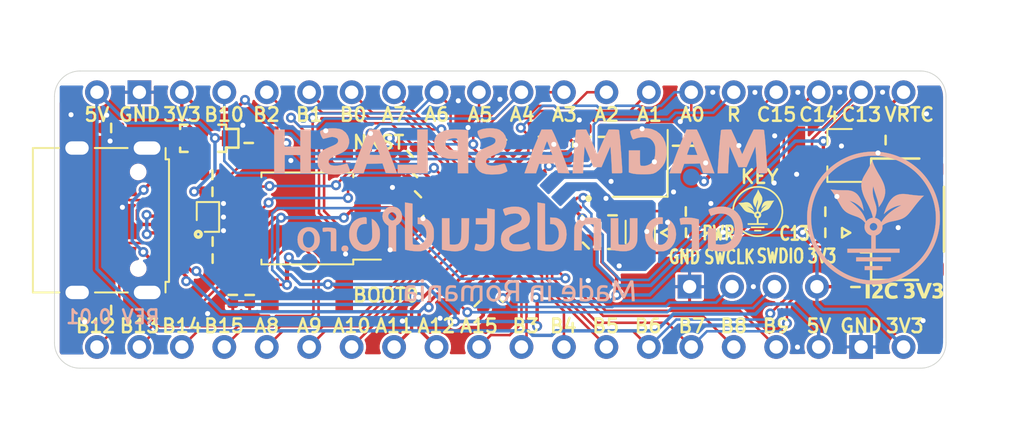
<source format=kicad_pcb>
(kicad_pcb (version 20211014) (generator pcbnew)
  (layers (0 "F.Cu" signal) (31 "B.Cu" signal) (34 "B.Paste" user) (35 "F.Paste" user) (36 "B.SilkS" user "B.Silkscreen") (37 "F.SilkS" user "F.Silkscreen") (38 "B.Mask" user) (39 "F.Mask" user) (44 "Edge.Cuts" user))
  (net 0 "")
  (net 1 "BOOT0")
  (net 2 "GND")
  (net 3 "NRST")
  (net 4 "+3V3")
  (net 5 "+5V")
  (net 6 "Net-(C11-Pad1)")
  (net 7 "PC14_OSC32_IN")
  (net 8 "PC15_OSC32_OUT")
  (net 9 "PH0-OSC_IN")
  (net 10 "PH1-OSC_OUT")
  (net 11 "VBUS")
  (net 12 "VBAT")
  (net 13 "PC13")
  (net 14 "PA0")
  (net 15 "PA1")
  (net 16 "PA2")
  (net 17 "PA3")
  (net 18 "PA4")
  (net 19 "PA5")
  (net 20 "PA6")
  (net 21 "PA7")
  (net 22 "PB0")
  (net 23 "PB1")
  (net 24 "PB2_BOOT1")
  (net 25 "PB10")
  (net 26 "PB9")
  (net 27 "PB8")
  (net 28 "PB7")
  (net 29 "PB6")
  (net 30 "PB5")
  (net 31 "PB4")
  (net 32 "PB3")
  (net 33 "PA15")
  (net 34 "A_D+")
  (net 35 "A_D-")
  (net 36 "PA10")
  (net 37 "PA9")
  (net 38 "PA8")
  (net 39 "PB15")
  (net 40 "PB14")
  (net 41 "PB13")
  (net 42 "PB12")
  (net 43 "SWCLK")
  (net 44 "SWDIO")
  (net 45 "Net-(LED1-Pad1)")
  (net 46 "Net-(LED2-Pad1)")
  (net 47 "Net-(R3-Pad1)")
  (net 48 "Net-(R5-Pad2)")
  (net 49 "Net-(R6-Pad1)")
  (net 50 "Net-(USB1-PadB8)")
  (net 51 "Net-(USB1-PadA8)")
  (net 52 "VRTC")
  (net 53 "Net-(L1-Pad1)")
  (footprint "GS_Local:C_0402_1005Metric_Alternative" (layer "F.Cu") (at 4.9657 1.5748 -135)
    (fp_text reference "C3")
    (fp_text value "100nF")
  )
  (footprint "GS_Local:C_0402_1005Metric_Alternative" (layer "F.Cu") (at -5.07498 -1.48984 45)
    (fp_text reference "C5")
    (fp_text value "100nF")
  )
  (footprint "GS_Local:C_0402_1005Metric_Alternative" (layer "F.Cu") (at -17.37366 -1.6397)
    (fp_text reference "C6")
    (fp_text value "1uF")
  )
  (footprint "GS_Local:C_0402_1005Metric_Alternative" (layer "F.Cu") (at -17.3635 1.33718)
    (fp_text reference "C7")
    (fp_text value "1uF")
  )
  (footprint "GS_Local:C_0402_1005Metric_Alternative" (layer "F.Cu") (at 21.09718 4.05498 -90)
    (fp_text reference "C8")
    (fp_text value "100nF")
  )
  (footprint "GS_Local:C_0402_1005Metric_Alternative" (layer "F.Cu") (at 4.99612 -4.92646 90)
    (fp_text reference "C9")
    (fp_text value "100nF")
  )
  (footprint "GS_Local:C_0402_1005Metric_Alternative" (layer "F.Cu") (at 2.40532 -4.93408 -90)
    (fp_text reference "C10")
    (fp_text value "1uF")
  )
  (footprint "GS_Local:C_0402_1005Metric_Alternative" (layer "F.Cu") (at -5.3112 -2.6938 -135)
    (fp_text reference "C11")
    (fp_text value "2.2uF")
  )
  (footprint "GS_Local:C_0402_1005Metric_Alternative" (layer "F.Cu") (at 6.56076 1.78168 -90)
    (fp_text reference "C12")
    (fp_text value "12pF")
  )
  (footprint "GS_Local:C_0402_1005Metric_Alternative" (layer "F.Cu") (at 6.56076 -0.23 90)
    (fp_text reference "C13")
    (fp_text value "12pF")
  )
  (footprint "GS_Local:C_0402_1005Metric_Alternative" (layer "F.Cu") (at 10.4267 -4.3942 90)
    (fp_text reference "C14")
    (fp_text value "12pF")
  )
  (footprint "GS_Local:C_0402_1005Metric_Alternative" (layer "F.Cu") (at 6.00196 -4.92392 90)
    (fp_text reference "C15")
    (fp_text value "12pF")
  )
  (footprint "GS_Local:C_0402_1005Metric_Alternative" (layer "F.Cu") (at -17.36336 2.35572 180)
    (fp_text reference "C16")
    (fp_text value "100nF")
  )
  (footprint "GS_Local:SOD-123" (layer "F.Cu") (at -17.935 -4.8401 180)
    (fp_text reference "D1")
    (fp_text value "D_Schottky")
  )
  (footprint "GS_Local:Fiducial_0.75mm_Mask1.5mm" (layer "F.Cu") (at -25.91816 -7.596)
    (fp_text reference "FID1")
    (fp_text value "Fiducial")
  )
  (footprint "GS_Local:Fiducial_0.75mm_Mask1.5mm" (layer "F.Cu") (at 25.62352 7.644)
    (fp_text reference "FID2")
    (fp_text value "Fiducial")
  )
  (footprint "GS_Local:PinHeader_1x04_P2.54mm_Vertical_Male" (layer "F.Cu") (at 11.1734 4.0372 90)
    (fp_text reference "J3")
    (fp_text value "Conn_01x04")
  )
  (footprint "GS_Local:LED_0402_1005Metric_Alternative" (layer "F.Cu") (at 10.95496 0.80632)
    (fp_text reference "LED1")
    (fp_text value "GREEN")
  )
  (footprint "GS_Local:LED_0402_1005Metric_Alternative" (layer "F.Cu") (at 19.29378 0.8114 180)
    (fp_text reference "LED2")
    (fp_text value "BLUE")
  )
  (footprint "GS_Local:R_0402_1005Metric_Alternative" (layer "F.Cu") (at 11.4274 -4.39306 90)
    (fp_text reference "R3")
    (fp_text value "330")
  )
  (footprint "GS_Local:R_0402_1005Metric_Alternative" (layer "F.Cu") (at -23.4341 5.4342)
    (fp_text reference "R5")
    (fp_text value "5.1k")
  )
  (footprint "GS_Local:R_0402_1005Metric_Alternative" (layer "F.Cu") (at -23.4341 -5.4596 180)
    (fp_text reference "R6")
    (fp_text value "5.1k")
  )
  (footprint "GS_Local:R_0402_1005Metric_Alternative" (layer "F.Cu") (at 10.94734 -0.46114 180)
    (fp_text reference "R7")
    (fp_text value "1k")
  )
  (footprint "GS_Local:R_0402_1005Metric_Alternative" (layer "F.Cu") (at 19.29378 -0.45098 180)
    (fp_text reference "R8")
    (fp_text value "1k")
  )
  (footprint "GS_Local:TS342A2P-WZ" (layer "F.Cu") (at -11.714 -4.548 180)
    (fp_text reference "RESET1")
    (fp_text value "TS342A2P-WZ")
  )
  (footprint "GS_Local:TS342A2P-WZ" (layer "F.Cu") (at -11.714 4.548)
    (fp_text reference "SW2")
    (fp_text value "TS342A2P-WZ")
  )
  (footprint "GS_Local:FBP1-1-4" (layer "F.Cu") (at -17.6429 -0.13602 90)
    (fp_text reference "U1")
    (fp_text value "ME6211C33U4AG-N")
  )
  (footprint "GS_Local:UFQFPN-48-1EP_7x7mm_P0.5mm_EP5.6x5.6mm" (layer "F.Cu") (at 0 0 -135)
    (fp_text reference "U2")
    (fp_text value "STM32F411CEU6")
  )
  (footprint "GS_Local:USB_C_C167321" (layer "F.Cu") (at -24.41708 0.0621 -90)
    (fp_text reference "USB1")
    (fp_text value "USB_C_FULL")
  )
  (footprint "GS_Local:Crystal_SMD_3215-2Pin_3.2x1.5mm" (layer "F.Cu") (at 8.22192 0.76568 90)
    (fp_text reference "Y1")
    (fp_text value "SF32K32768D71T01")
  )
  (footprint "GS_Local:Crystal_SMD_3225-4Pin_3.2x2.5mm" (layer "F.Cu") (at 8.21176 -3.3415 90)
    (fp_text reference "Y2")
    (fp_text value "S3225000121060")
  )
  (footprint "GS_Local:C_0402_1005Metric_Alternative" (layer "F.Cu") (at 22.90058 -4.73596)
    (fp_text reference "C17")
    (fp_text value "100nF")
  )
  (footprint "GS_Local:SOT-23" (layer "F.Cu") (at 20.17516 -3.81394 180)
    (fp_text reference "D2")
    (fp_text value "BAT54C")
  )
  (footprint "GS_Local:L_0603_1608Metric" (layer "F.Cu") (at 3.68294 -4.47688 90)
    (fp_text reference "L1")
    (fp_text value "L")
  )
  (footprint "GS_Local:TS342A2P-WZ" (layer "F.Cu") (at 15.339 -4.548)
    (fp_text reference "SW1")
    (fp_text value "TS342A2P-WZ")
  )
  (footprint "GS_Local:C_0402_1005Metric_Alternative" (layer "F.Cu") (at -15.2045 -4.5607 90)
    (fp_text reference "C2")
    (fp_text value "100nF")
  )
  (footprint "GS_Local:C_0402_1005Metric_Alternative" (layer "F.Cu") (at -15.14608 4.5325 90)
    (fp_text reference "C1")
    (fp_text value "100nF")
  )
  (footprint "GS_Local:R_0402_1005Metric_Alternative" (layer "F.Cu") (at -5.5525 -3.913 -135)
    (fp_text reference "R4")
    (fp_text value "10k")
  )
  (footprint "GS_Local:R_0402_1005Metric_Alternative" (layer "F.Cu") (at -16.157 4.52996 -90)
    (fp_text reference "R2")
    (fp_text value "10k")
  )
  (footprint "GS_Local:SOIC-8_5.275x5.275mm_P1.27mm" (layer "F.Cu") (at -11.69676 -0.04712 180)
    (fp_text reference "U3")
    (fp_text value "W25Q32JVSSIQ")
  )
  (footprint "GS_Local:C_0402_1005Metric_Alternative" (layer "F.Cu") (at -1.5113 5.0292 135)
    (fp_text reference "C4")
    (fp_text value "100nF")
  )
  (footprint "GS_Local:SH__1x04_P1.00mm_Horizontal" (layer "F.Cu") (at 24.12232 0.00368 90)
    (fp_text reference "X1")
    (fp_text value "i2c_3V3")
  )
  (footprint "GS_Branding:GS_Logo2_3x3" (layer "F.Cu") (at 15.24756 -0.4586)
    (fp_text reference "G***")
    (fp_text value "LOGO")
  )
  (footprint "GS_Branding:I2C 3V3 4.7x1mm" (layer "F.Cu") (at 24.06136 4.29882)
    (fp_text reference "G***")
    (fp_text value "LOGO")
  )
  (footprint "GS_Local:R_0402_1005Metric_Alternative" (layer "F.Cu") (at -17.37366 -2.6557)
    (fp_text reference "R1")
    (fp_text value "10k")
  )
  (footprint "GS_Local:TestPoint" (layer "F.Cu") (at -11.585 2.564)
    (fp_text reference "TPe")
    (fp_text value "TestPoint")
  )
  (footprint "GS_Local:TestPoint" (layer "F.Cu") (at 11.275 -2.516)
    (fp_text reference "TP2")
    (fp_text value "TestPoint")
  )
  (footprint "GS_Local:PinHeader_1x20_P2.54mm_Vertical_Male" (layer "B.Cu") (at -24.285 -7.596 -90)
    (fp_text reference "J1")
    (fp_text value "Conn_01x20")
  )
  (footprint "GS_Local:PinHeader_1x20_P2.54mm_Vertical_Male" (layer "B.Cu") (at -24.285 7.644 -90)
    (fp_text reference "J2")
    (fp_text value "Conn_01x20")
  )
  (footprint "GS_Branding:GS_Made in Romania_13.8x1.4" (layer "B.Cu") (at 1.025 4.214 180)
    (fp_text reference "G***")
    (fp_text value "LOGO")
  )
  (footprint "GS_Branding:GS_Logo2_8x8" (layer "B.Cu") (at 22.175 -0.066 180)
    (fp_text reference "G***")
    (fp_text value "LOGO")
  )
  (footprint "GS_Branding:GS_GroundStudio_23.6x3" (layer "B.Cu") (at 2.585 0.454 180)
    (fp_text reference "G***")
    (fp_text value "LOGO")
  )
  (footprint "GS_Branding:GS_.ro_3.4x1.8" (layer "B.Cu") (at -10.745 1.234 180)
    (fp_text reference "G***")
    (fp_text value "LOGO")
  )
  (footprint "GS_Branding:MagmaSplash 29.7x3.0" (layer "B.Cu") (at 1.015 -4.036 180)
    (fp_text reference "G***" hide)
    (fp_text value "LOGO" hide)
  )
  (gr_line (start 24.991 8.914) (end -25.301 8.914) (layer "Edge.Cuts") (width 0.05))
  (gr_arc (start -25.301 8.914) (mid -26.378631 8.467631) (end -26.825 7.39) (layer "Edge.Cuts") (width 0.05))
  (gr_line (start -26.825 7.39) (end -26.825 -7.342) (layer "Edge.Cuts") (width 0.05))
  (gr_line (start -25.301 -8.866) (end 24.991 -8.866) (layer "Edge.Cuts") (width 0.05))
  (gr_arc (start -26.825 -7.342) (mid -26.378631 -8.419631) (end -25.301 -8.866) (layer "Edge.Cuts") (width 0.05))
  (gr_arc (start 26.515 7.39) (mid 26.068631 8.467631) (end 24.991 8.914) (layer "Edge.Cuts") (width 0.05))
  (gr_line (start 26.515 -7.342) (end 26.515 7.39) (layer "Edge.Cuts") (width 0.05))
  (gr_arc (start 24.991 -8.866) (mid 26.068631 -8.419631) (end 26.515 -7.342) (layer "Edge.Cuts") (width 0.05))
  (gr_text "REV 0.01" (at -23.335 5.844) (layer "B.SilkS") (effects (font (size 0.8128 0.8128) (thickness 0.1524)) (justify mirror)))
  (gr_text "SWDIO" (at 16.609 2.2084) (layer "F.SilkS") (effects (font (size 0.8128 0.6096) (thickness 0.1524))))
  (gr_text "B7" (at 11.30548 6.3867) (layer "F.SilkS") (effects (font (size 0.8128 0.8128) (thickness 0.1524))))
  (gr_text "A11" (at -6.505 6.3867) (layer "F.SilkS") (effects (font (size 0.8128 0.8128) (thickness 0.1524))))
  (gr_text "A8" (at -14.12246 6.3867) (layer "F.SilkS") (effects (font (size 0.8128 0.8128) (thickness 0.1524))))
  (gr_text "SWCLK" (at 13.561 2.2592) (layer "F.SilkS") (effects (font (size 0.8128 0.6096) (thickness 0.1524))))
  (gr_text "A9" (at -11.57738 6.3867) (layer "F.SilkS") (effects (font (size 0.8128 0.8128) (thickness 0.1524))))
  (gr_text "GND" (at 10.8686 2.2592) (layer "F.SilkS") (effects (font (size 0.8128 0.6096) (thickness 0.1524))))
  (gr_text "B13" (at -21.72976 6.3867) (layer "F.SilkS") (effects (font (size 0.8128 0.8128) (thickness 0.1524))))
  (gr_text "B12" (at -24.35866 6.3867) (layer "F.SilkS") (effects (font (size 0.8128 0.8128) (thickness 0.1524))))
  (gr_text "B15" (at -16.68278 6.3867) (layer "F.SilkS") (effects (font (size 0.8128 0.8128) (thickness 0.1524))))
  (gr_text "5V" (at 18.9077 6.3867) (layer "F.SilkS") (effects (font (size 0.8128 0.8128) (thickness 0.1524))))
  (gr_text "A12" (at -3.965 6.3867) (layer "F.SilkS") (effects (font (size 0.8128 0.8128) (thickness 0.1524))))
  (gr_text "B4" (at 3.6169 6.3867) (layer "F.SilkS") (effects (font (size 0.8128 0.8128) (thickness 0.1524))))
  (gr_text "B14" (at -19.19992 6.3867) (layer "F.SilkS") (effects (font (size 0.8128 0.8128) (thickness 0.1524))))
  (gr_text "B9" (at 16.35246 6.3867) (layer "F.SilkS") (effects (font (size 0.8128 0.8128) (thickness 0.1524))))
  (gr_text "3V3" (at 19.0982 2.2084) (layer "F.SilkS") (effects (font (size 0.8128 0.6096) (thickness 0.1524))))
  (gr_text "3V3" (at 24.04866 6.3867) (layer "F.SilkS") (effects (font (size 0.8128 0.8128) (thickness 0.1524))))
  (gr_text "B5" (at 6.15436 6.3867) (layer "F.SilkS") (effects (font (size 0.8128 0.8128) (thickness 0.1524))))
  (gr_text "B3" (at 1.37408 6.3867) (layer "F.SilkS") (effects (font (size 0.8128 0.8128) (thickness 0.1524))))
  (gr_text "A15" (at -1.425 6.3867) (layer "F.SilkS") (effects (font (size 0.8128 0.8128) (thickness 0.1524))))
  (gr_text "A10" (at -9.045 6.3867) (layer "F.SilkS") (effects (font (size 0.8128 0.8128) (thickness 0.1524))))
  (gr_text "GND" (at 21.43246 6.3867) (layer "F.SilkS") (effects (font (size 0.8128 0.8128) (thickness 0.1524))))
  (gr_text "B8" (at 13.815 6.3867) (layer "F.SilkS") (effects (font (size 0.8128 0.8128) (thickness 0.1524))))
  (gr_text "B6" (at 8.69436 6.3867) (layer "F.SilkS") (effects (font (size 0.8128 0.8128) (thickness 0.1524))))
  (gr_text "VRTC" (at 24.32044 -6.25742) (layer "F.SilkS") (effects (font (size 0.8128 0.8128) (thickness 0.1524))))
  (gr_text "B0" (at -8.9561 -6.25742) (layer "F.SilkS") (effects (font (size 0.8128 0.8128) (thickness 0.1524))))
  (gr_text "B10" (at -16.68024 -6.25742) (layer "F.SilkS") (effects (font (size 0.8128 0.8128) (thickness 0.1524))))
  (gr_text "A0" (at 11.33596 -6.25742) (layer "F.SilkS") (effects (font (size 0.8128 0.8128) (thickness 0.1524))))
  (gr_text "GND" (at -21.72976 -6.25742) (layer "F.SilkS") (effects (font (size 0.8128 0.8128) (thickness 0.1524))))
  (gr_text "3V3" (at -19.18976 -6.25742) (layer "F.SilkS") (effects (font (size 0.8128 0.8128) (thickness 0.1524))))
  (gr_text "A3" (at 3.68548 -6.25742) (layer "F.SilkS") (effects (font (size 0.8128 0.8128) (thickness 0.1524))))
  (gr_text "A7" (at -6.49484 -6.25742) (layer "F.SilkS") (effects (font (size 0.8128 0.8128) (thickness 0.1524))))
  (gr_text "C14" (at 18.90516 -6.25742) (layer "F.SilkS") (effects (font (size 0.8128 0.8128) (thickness 0.1524))))
  (gr_text "A4" (at 1.16326 -6.25742) (layer "F.SilkS") (effects (font (size 0.8128 0.8128) (thickness 0.1524))))
  (gr_text "B2" (at -14.14278 -6.25742) (layer "F.SilkS") (effects (font (size 0.8128 0.8128) (thickness 0.1524))))
  (gr_text "A2" (at 6.21024 -6.25742) (layer "F.SilkS") (effects (font (size 0.8128 0.8128) (thickness 0.1524))))
  (gr_text "A1" (at 8.77818 -6.25742) (layer "F.SilkS") (effects (font (size 0.8128 0.8128) (thickness 0.1524))))
  (gr_text "5V" (at -24.29008 -6.25742) (layer "F.SilkS") (effects (font (size 0.8128 0.8128) (thickness 0.1524))))
  (gr_text "A5" (at -1.35896 -6.25742) (layer "F.SilkS") (effects (font (size 0.8128 0.8128) (thickness 0.1524))))
  (gr_text "C15" (at 16.37786 -6.25742) (layer "F.SilkS") (effects (font (size 0.8128 0.8128) (thickness 0.1524))))
  (gr_text "B1" (at -11.57992 -6.25742) (layer "F.SilkS") (effects (font (size 0.8128 0.8128) (thickness 0.1524))))
  (gr_text "C13" (at 21.45786 -6.25742) (layer "F.SilkS") (effects (font (size 0.8128 0.8128) (thickness 0.1524))))
  (gr_text "A6" (at -3.9523 -6.25742) (layer "F.SilkS") (effects (font (size 0.8128 0.8128) (thickness 0.1524))))
  (gr_text "R" (at 13.815 -6.25742) (layer "F.SilkS") (effects (font (size 0.8128 0.8128) (thickness 0.1524))))
  (gr_text "PWR" (at 12.89806 0.83934) (layer "F.SilkS") (effects (font (size 0.8128 0.6096) (thickness 0.1524))))
  (gr_text "C13" (at 17.44974 0.85966) (layer "F.SilkS") (effects (font (size 0.8128 0.6096) (thickness 0.1524))))
  (gr_text "BOOT0" (at -9.05516 4.55028) (layer "F.SilkS") (effects (font (size 0.8128 0.8128) (thickness 0.1524)) (justify left)))
  (gr_text "NRST" (at -9.06532 -4.59372) (layer "F.SilkS") (effects (font (size 0.8128 0.8128) (thickness 0.1524)) (justify left)))
  (gr_text "KEY" (at 15.35932 -2.5414) (layer "F.SilkS") (effects (font (size 0.8128 0.8128) (thickness 0.1524))))
  (segment (start -13.939 4.0584) (end -13.939 4.548) (width 0.1524) (layer "F.Cu") (net 1))
  (segment (start -12.91336 3.9243) (end -12.91336 2.39376) (width 0.254) (layer "F.Cu") (net 1))
  (segment (start -15.14862 4.04496) (end -15.14608 4.0475) (width 0.1524) (layer "F.Cu") (net 1))
  (segment (start 2.955706 1.895046) (end 3.321026 2.260366) (width 0.1524) (layer "F.Cu") (net 1))
  (segment (start -14.4395 4.0475) (end -13.939 4.548) (width 0.1524) (layer "F.Cu") (net 1))
  (segment (start -12.91336 2.39376) (end -12.8042 2.2846) (width 0.254) (layer "F.Cu") (net 1))
  (segment (start -12.91336 3.9243) (end -13.8049 3.9243) (width 0.1524) (layer "F.Cu") (net 1))
  (segment (start 3.321026 2.260366) (end 3.321026 3.117541) (width 0.1524) (layer "F.Cu") (net 1))
  (segment (start -15.14608 4.0475) (end -14.4395 4.0475) (width 0.1524) (layer "F.Cu") (net 1))
  (segment (start -13.8049 3.9243) (end -13.939 4.0584) (width 0.1524) (layer "F.Cu") (net 1))
  (segment (start 3.321026 3.117541) (end 3.739027 3.535542) (width 0.1524) (layer "F.Cu") (net 1))
  (segment (start -16.157 4.04496) (end -15.14862 4.04496) (width 0.1524) (layer "F.Cu") (net 1))
  (via (at -12.91336 3.9243) (size 0.6) (drill 0.3) (layers "F.Cu" "B.Cu") (net 1))
  (via (at -12.8042 2.2846) (size 0.6) (drill 0.3) (layers "F.Cu" "B.Cu") (net 1))
  (via (at 3.739027 3.535542) (size 0.6) (drill 0.3) (layers "F.Cu" "B.Cu") (net 1))
  (segment (start -6.76194 -0.66294) (end -2.535 3.564) (width 0.1524) (layer "B.Cu") (net 1))
  (segment (start -2.535 3.564) (end 3.710569 3.564) (width 0.1524) (layer "B.Cu") (net 1))
  (segment (start -13.47979 -0.66294) (end -6.76194 -0.66294) (width 0.1524) (layer "B.Cu") (net 1))
  (segment (start -13.799121 -0.343609) (end -13.47979 -0.66294) (width 0.1524) (layer "B.Cu") (net 1))
  (segment (start -12.5248 2.564) (end -11.585 2.564) (width 0.254) (layer "B.Cu") (net 1))
  (segment (start -12.8042 2.2846) (end -12.5248 2.564) (width 0.254) (layer "B.Cu") (net 1))
  (segment (start 3.710569 3.564) (end 3.739027 3.535542) (width 0.1524) (layer "B.Cu") (net 1))
  (segment (start -13.799121 3.038539) (end -13.799121 -0.343609) (width 0.1524) (layer "B.Cu") (net 1))
  (segment (start -12.91336 3.9243) (end -13.799121 3.038539) (width 0.1524) (layer "B.Cu") (net 1))
  (segment (start 3.181981 0) (end 0 0) (width 0.2032) (layer "F.Cu") (net 2))
  (segment (start 6.56076 -0.715) (end 6.56076 -0.85744) (width 0.2032) (layer "F.Cu") (net 2))
  (segment (start 9.06176 -3.43384) (end 9.0652 -3.4304) (width 0.2032) (layer "F.Cu") (net 2))
  (segment (start 0 -1.06066) (end 0 0) (width 0.2032) (layer "F.Cu") (net 2))
  (segment (start -5.250099 -2.350853) (end -4.732033 -1.832787) (width 0.2032) (layer "F.Cu") (net 2))
  (segment (start -5.654147 -2.350853) (end -5.250099 -2.350853) (width 0.2032) (layer "F.Cu") (net 2))
  (segment (start -16.7132 -0.127) (end -17.05418 0.21398) (width 0.2032) (layer "F.Cu") (net 2))
  (segment (start 9.06176 -4.67964) (end 8.3312 -5.4102) (width 0.2032) (layer "F.Cu") (net 2))
  (segment (start -4.732033 -1.550052) (end -4.732033 -1.832787) (width 0.2032) (layer "F.Cu") (net 2))
  (segment (start 6.56076 2.39516) (end 6.9596 2.794) (width 0.2032) (layer "F.Cu") (net 2))
  (segment (start -17.05418 0.21398) (end -17.2929 0.21398) (width 0.2032) (layer "F.Cu") (net 2))
  (segment (start 4.622753 1.440772) (end 4.622753 1.917747) (width 0.2032) (layer "F.Cu") (net 2))
  (segment (start 8.32992 -5.40892) (end 8.3312 -5.4102) (width 0.2032) (layer "F.Cu") (net 2))
  (segment (start 9.06176 -4.4415) (end 9.06176 -4.67964) (width 0.2032) (layer "F.Cu") (net 2))
  (segment (start 2.43426 -4.47802) (end 2.40532 -4.44908) (width 0.2032) (layer "F.Cu") (net 2))
  (segment (start 6.4744 -2.262) (end 7.34126 -2.262) (width 0.2032) (layer "F.Cu") (net 2))
  (segment (start -0.834386 4.016367) (end 0 3.181981) (width 0.2032) (layer "F.Cu") (net 2))
  (segment (start 7.34126 -2.262) (end 7.36176 -2.2415) (width 0.2032) (layer "F.Cu") (net 2))
  (segment (start 1.895046 -2.955706) (end 0 -1.06066) (width 0.2032) (layer "F.Cu") (net 2))
  (segment (start 6.00196 -5.40892) (end 8.32992 -5.40892) (width 0.2032) (layer "F.Cu") (net 2))
  (segment (start 10.4267 -4.8792) (end 9.49946 -4.8792) (width 0.2032) (layer "F.Cu") (net 2))
  (segment (start 6.56076 -0.85744) (end 6.1722 -1.246) (width 0.2032) (layer "F.Cu") (net 2))
  (segment (start 9.49946 -4.8792) (end 9.06176 -4.4415) (width 0.2032) (layer "F.Cu") (net 2))
  (segment (start 4.016367 0.834386) (end 4.622753 1.440772) (width 0.2032) (layer "F.Cu") (net 2))
  (segment (start -1.504272 4.686253) (end -0.834386 4.016367) (width 0.2032) (layer "F.Cu") (net 2))
  (segment (start 8.3312 -5.4102) (end 8.763 -5.842) (width 0.2032) (layer "F.Cu") (net 2))
  (segment (start 9.06176 -4.4415) (end 9.06176 -3.43384) (width 0.2032) (layer "F.Cu") (net 2))
  (segment (start 0 3.181981) (end 0 0) (width 0.2032) (layer "F.Cu") (net 2))
  (segment (start -4.016367 -0.834386) (end -4.732033 -1.550052) (width 0.2032) (layer "F.Cu") (net 2))
  (segment (start 3.05054 -4.47802) (end 2.43426 -4.47802) (width 0.2032) (layer "F.Cu") (net 2))
  (segment (start 6.56076 2.26668) (end 6.56076 2.39516) (width 0.2032) (layer "F.Cu") (net 2))
  (segment (start 8.763 -5.842) (end 10.6172 -5.842) (width 0.2032) (layer "F.Cu") (net 2))
  (segment (start 4.016367 0.834386) (end 3.181981 0) (width 0.2032) (layer "F.Cu") (net 2))
  (segment (start -1.854247 4.686253) (end -1.504272 4.686253) (width 0.2032) (layer "F.Cu") (net 2))
  (segment (start -17.6429 -0.13602) (end -17.2929 0.21398) (width 0.2032) (layer "F.Cu") (net 2))
  (via (at 9.0652 -3.4304) (size 0.6) (drill 0.3) (layers "F.Cu" "B.Cu") (net 2))
  (via (at 8.3312 -5.4102) (size 0.6) (drill 0.3) (layers "F.Cu" "B.Cu") (net 2))
  (via (at 8.6106 0.7366) (size 0.6) (drill 0.3) (layers "F.Cu" "B.Cu") (net 2))
  (via (at 6.9596 2.794) (size 0.6) (drill 0.3) (layers "F.Cu" "B.Cu") (net 2))
  (via (at 12.446 -0.9398) (size 0.6) (drill 0.3) (layers "F.Cu" "B.Cu") (net 2))
  (via (at 3.05054 -4.47802) (size 0.6) (drill 0.3) (layers "F.Cu" "B.Cu") (net 2))
  (via (at 17.5768 -2.68732) (size 0.6) (drill 0.3) (layers "F.Cu" "B.Cu") (net 2))
  (via (at 16.23314 -2.16662) (size 0.6) (drill 0.3) (layers "F.Cu" "B.Cu") (net 2))
  (via (at -17.66316 5.64896) (size 0.6) (drill 0.3) (layers "F.Cu" "B.Cu") (net 2))
  (via (at -6.01472 6.09346) (size 0.6) (drill 0.3) (layers "F.Cu" "B.Cu") (net 2))
  (via (at -12.68222 -3.51028) (size 0.6) (drill 0.3) (layers "F.Cu" "B.Cu") (net 2))
  (via (at -9.4107 2.0828) (size 0.6) (drill 0.3) (layers "F.Cu" "B.Cu") (net 2))
  (via (at -6.7437 1.83388) (size 0.6) (drill 0.3) (layers "F.Cu" "B.Cu") (net 2))
  (via (at -4.77774 -0.03556) (size 0.6) (drill 0.3) (layers "F.Cu" "B.Cu") (net 2))
  (via (at 4.57454 -5.93344) (size 0.6) (drill 0.3) (layers "F.Cu" "B.Cu") (net 2))
  (via (at -2.08026 -5.48386) (size 0.6) (drill 0.3) (layers "F.Cu" "B.Cu") (net 2))
  (via (at -0.17272 -7.17042) (size 0.6) (drill 0.3) (layers "F.Cu" "B.Cu") (net 2))
  (via (at -2.667 -7.0866) (size 0.6) (drill 0.3) (layers "F.Cu" "B.Cu") (net 2))
  (via (at -10.59434 -5.29082) (size 0.6) (drill 0.3) (layers "F.Cu" "B.Cu") (net 2))
  (via (at 12.5603 -7.59206) (size 0.6) (drill 0.3) (layers "F.Cu" "B.Cu") (net 2))
  (via (at 15.08252 -7.58698) (size 0.6) (drill 0.3) (layers "F.Cu" "B.Cu") (net 2))
  (via (at 17.64792 -7.58698) (size 0.6) (drill 0.3) (layers "F.Cu" "B.Cu") (net 2))
  (via (at 14.1224 -4.40436) (size 0.6) (drill 0.3) (layers "F.Cu" "B.Cu") (net 2))
  (via (at 12.13358 -3.36804) (size 0.6) (drill 0.3) (layers "F.Cu" "B.Cu") (net 2))
  (via (at 10.21334 -1.63068) (size 0.6) (drill 0.3) (layers "F.Cu" "B.Cu") (net 2))
  (via (at 19.98726 -1.3589) (size 0.6) (drill 0.3) (layers "F.Cu" "B.Cu") (net 2))
  (via (at 20.25904 -4.37896) (size 0.6) (drill 0.3) (layers "F.Cu" "B.Cu") (net 2))
  (via (at 22.71776 -7.59714) (size 0.6) (drill 0.3) (layers "F.Cu" "B.Cu") (net 2))
  (via (at 16.26362 -4.98856) (size 0.6) (drill 0.3) (layers "F.Cu" "B.Cu") (net 2))
  (via (at 20.15998 -7.59968) (size 0.6) (drill 0.3) (layers "F.Cu" "B.Cu") (net 2))
  (via (at 22.44598 -3.9624) (size 0.6) (drill 0.3) (layers "F.Cu" "B.Cu") (net 2))
  (via (at 23.65248 0.50546) (size 0.6) (drill 0.3) (layers "F.Cu" "B.Cu") (net 2))
  (via (at 14.98854 4.03606) (size 0.6) (drill 0.3) (layers "F.Cu" "B.Cu") (net 2))
  (via (at -25.0216 6.1454) (size 0.6) (drill 0.3) (layers "F.Cu" "B.Cu") (net 2))
  (via (at 25.1434 6.0692) (size 0.6) (drill 0.3) (layers "F.Cu" "B.Cu") (net 2))
  (via (at 25.3466 -6.3006) (size 0.6) (drill 0.3) (layers "F.Cu" "B.Cu") (net 2))
  (via (at -16.7132 -0.127) (size 0.6) (drill 0.3) (layers "F.Cu" "B.Cu") (net 2))
  (via (at -16.7132 0.6858) (size 0.6) (drill 0.3) (layers "F.Cu" "B.Cu") (net 2))
  (via (at -25.8344 -6.2498) (size 0.6) (drill 0.3) (layers "F.Cu" "B.Cu") (net 2))
  (via (at -23.7008 -6.2244) (size 0.6) (drill 0.3) (layers "F.Cu" "B.Cu") (net 2))
  (via (at -15.55496 -5.62102) (size 0.6) (drill 0.3) (layers "F.Cu" "B.Cu") (net 2))
  (via (at -23.4976 -4.675) (size 0.6) (drill 0.3) (layers "F.Cu" "B.Cu") (net 2))
  (via (at 17.6276 7.65302) (size 0.6) (drill 0.3) (layers "F.Cu" "B.Cu") (net 2))
  (via (at 6.4744 -2.262) (size 0.6) (drill 0.3) (layers "F.Cu" "B.Cu") (net 2))
  (via (at -16.7132 -0.9398) (size 0.6) (drill 0.3) (layers "F.Cu" "B.Cu") (net 2))
  (via (at -22.761 -0.7126) (size 0.6) (drill 0.3) (layers "F.Cu" "B.Cu") (net 2))
  (via (at 5.10794 3.67284) (size 0.6) (drill 0.3) (layers "F.Cu" "B.Cu") (net 2))
  (via (at -3.75666 5.92582) (size 0.6) (drill 0.3) (layers "F.Cu" "B.Cu") (net 2))
  (via (at 9.8552 0.1905) (size 0.6) (drill 0.3) (layers "F.Cu" "B.Cu") (net 2))
  (via (at -6.604 -1.89992) (size 0.6) (drill 0.3) (layers "F.Cu" "B.Cu") (net 2))
  (via (at 6.1722 -1.246) (size 0.6) (drill 0.3) (layers "F.Cu" "B.Cu") (net 2))
  (via (at 10.6172 -5.842) (size 0.6) (drill 0.3) (layers "F.Cu" "B.Cu") (net 2))
  (segment (start 9.3091 0.7366) (end 9.8552 0.1905) (width 0.2032) (layer "B.Cu") (net 2))
  (segment (start 8.6106 0.7366) (end 9.3091 0.7366) (width 0.2032) (layer "B.Cu") (net 2))
  (segment (start -13.9376 -4.5466) (end -13.939 -4.548) (width 0.1524) (layer "F.Cu") (net 3))
  (segment (start -12.954 -4.5466) (end -13.9376 -4.5466) (width 0.1524) (layer "F.Cu") (net 3))
  (segment (start 2.2486 -2.602153) (end 2.2486 -2.67786) (width 0.1524) (layer "F.Cu") (net 3))
  (segment (start -15.2045 -3.7185) (end -15.2045 -4.0757) (width 0.1524) (layer "F.Cu") (net 3))
  (segment (start -16.88866 -2.6557) (end -16.2673 -2.6557) (width 0.1524) (layer "F.Cu") (net 3))
  (segment (start 2.2486 -2.67786) (end 2.75844 -3.1877) (width 0.1524) (layer "F.Cu") (net 3))
  (segment (start -16.2673 -2.6557) (end -15.2045 -3.7185) (width 0.1524) (layer "F.Cu") (net 3))
  (segment (start -14.4113 -4.0757) (end -13.939 -4.548) (width 0.1524) (layer "F.Cu") (net 3))
  (segment (start -15.2045 -4.0757) (end -14.4113 -4.0757) (width 0.1524) (layer "F.Cu") (net 3))
  (segment (start 2.668023 -3.021576) (end 2.668023 -3.021577) (width 0.1524) (layer "F.Cu") (net 3))
  (segment (start 2.7432 -3.096753) (end 2.668023 -3.021576) (width 0.1524) (layer "F.Cu") (net 3))
  (via (at -12.954 -4.5466) (size 0.6) (drill 0.3) (layers "F.Cu" "B.Cu") (net 3))
  (via (at 2.75844 -3.1877) (size 0.6) (drill 0.3) (layers "F.Cu" "B.Cu") (net 3))
  (segment (start 13.815 -7.596) (end 12.589601 -6.370601) (width 0.1524) (layer "B.Cu") (net 3))
  (segment (start 5.4356 -3.42138) (end 5.20192 -3.1877) (width 0.1524) (layer "B.Cu") (net 3))
  (segment (start 2.347575 -3.598565) (end -12.005965 -3.598565) (width 0.1524) (layer "B.Cu") (net 3))
  (segment (start 5.4356 -5.6642) (end 5.4356 -3.42138) (width 0.1524) (layer "B.Cu") (net 3))
  (segment (start 10.333001 -6.370601) (end 9.9314 -5.969) (width 0.1524) (layer "B.Cu") (net 3))
  (segment (start 5.7404 -5.969) (end 5.4356 -5.6642) (width 0.1524) (layer "B.Cu") (net 3))
  (segment (start 9.9314 -5.969) (end 5.7404 -5.969) (width 0.1524) (layer "B.Cu") (net 3))
  (segment (start 2.75844 -3.1877) (end 2.347575 -3.598565) (width 0.1524) (layer "B.Cu") (net 3))
  (segment (start -12.005965 -3.598565) (end -12.954 -4.5466) (width 0.1524) (layer "B.Cu") (net 3))
  (segment (start 5.20192 -3.1877) (end 2.75844 -3.1877) (width 0.1524) (layer "B.Cu") (net 3))
  (segment (start 12.589601 -6.370601) (end 10.333001 -6.370601) (width 0.1524) (layer "B.Cu") (net 3))
  (segment (start -13.27052 -0.08988) (end -13.62612 -0.08988) (width 0.2032) (layer "F.Cu") (net 4))
  (segment (start 21.09718 3.27498) (end 21.09718 3.56998) (width 0.2032) (layer "F.Cu") (net 4))
  (segment (start 21.98877 -2.05033) (end 23.160068 -2.05033) (width 0.2032) (layer "F.Cu") (net 4))
  (segment (start 22.714078 0.50368) (end 22.24272 0.50368) (width 0.2032) (layer "F.Cu") (net 4))
  (segment (start 2.052615 6.396857) (end 2.052615 4.757311) (width 0.2032) (layer "F.Cu") (net 4))
  (segment (start -19.205 -6.015278) (end -17.85866 -4.668938) (width 0.2032) (layer "F.Cu") (net 4))
  (segment (start 4.99612 -4.44146) (end 4.3571 -4.44146) (width 0.2032) (layer "F.Cu") (net 4))
  (segment (start 4.905087 1.016) (end 5.092794 1.016) (width 0.2032) (layer "F.Cu") (net 4))
  (segment (start -19.205 -7.596) (end -19.205 -6.015278) (width 0.2032) (layer "F.Cu") (net 4))
  (segment (start -16.87836 2.35572) (end -16.37652 2.35572) (width 0.2032) (layer "F.Cu") (net 4))
  (segment (start -1.168353 5.372147) (end -1.168353 5.744179) (width 0.2032) (layer "F.Cu") (net 4))
  (segment (start 11.43996 0.80632) (end 13.16368 0.80632) (width 0.2032) (layer "F.Cu") (net 4))
  (segment (start 17.9324 0.7874) (end 18.78478 0.7874) (width 0.2032) (layer "F.Cu") (net 4))
  (segment (start -8.89676 -0.68212) (end -9.489 -0.08988) (width 0.2032) (layer "F.Cu") (net 4))
  (segment (start 4.36992 0.480833) (end 4.905087 1.016) (width 0.2032) (layer "F.Cu") (net 4))
  (segment (start -10.1381 3.8989) (end -10.4648 3.8989) (width 0.2032) (layer "F.Cu") (net 4))
  (segment (start 23.01089 2.24687) (end 22.12529 2.24687) (width 0.2032) (layer "F.Cu") (net 4))
  (segment (start 23.160068 -2.05033) (end 23.39673 -1.813668) (width 0.2032) (layer "F.Cu") (net 4))
  (segment (start 2.052615 4.757311) (end 1.975005 4.679701) (width 0.2032) (layer "F.Cu") (net 4))
  (segment (start 5.308647 1.231853) (end 5.9309 1.854106) (width 0.2032) (layer "F.Cu") (net 4))
  (segment (start -16.37652 2.35572) (end -15.87868 1.85788) (width 0.2032) (layer "F.Cu") (net 4))
  (segment (start 5.9309 2.55778) (end 6.80466 3.43154) (width 0.2032) (layer "F.Cu") (net 4))
  (segment (start -19.019801 -1.916921) (end -19.019801 -1.392201) (width 0.2032) (layer "F.Cu") (net 4))
  (segment (start -17.8485 1.33718) (end -17.8485 1.38558) (width 0.2032) (layer "F.Cu") (net 4))
  (segment (start -18.179701 -6.570701) (end -15.992119 -6.570701) (width 0.2032) (layer "F.Cu") (net 4))
  (segment (start -15.87868 1.85788) (end -15.29676 1.85788) (width 0.2032) (layer "F.Cu") (net 4))
  (segment (start -1.545574 6.1214) (end -2.86258 6.1214) (width 0.2032) (layer "F.Cu") (net 4))
  (segment (start -19.019801 -1.392201) (end -18.37441 -0.74681) (width 0.2032) (layer "F.Cu") (net 4))
  (segment (start -9.489 -0.08988) (end -9.51132 -0.08988) (width 0.2032) (layer "F.Cu") (net 4))
  (segment (start -9.489 4.548) (end -10.1381 3.8989) (width 0.2032) (layer "F.Cu") (net 4))
  (segment (start 3.52824 -5.41908) (end 3.68294 -5.26438) (width 0.2032) (layer "F.Cu") (net 4))
  (segment (start -18.37441 -0.00901) (end -18.0366 0.3288) (width 0.2032) (layer "F.Cu") (net 4))
  (segment (start -19.205 -7.596) (end -18.179701 -6.570701) (width 0.2032) (layer "F.Cu") (net 4))
  (segment (start -5.03598 -1.146893) (end -4.36992 -0.480833) (width 0.2032) (layer "F.Cu") (net 4))
  (segment (start -8.09676 -0.68212) (end -8.89676 -0.68212) (width 0.2032) (layer "F.Cu") (net 4))
  (segment (start -1.168353 5.05744) (end -0.480833 4.36992) (width 0.2032) (layer "F.Cu") (net 4))
  (segment (start -1.168353 5.744179) (end -1.545574 6.1214) (width 0.2032) (layer "F.Cu") (net 4))
  (segment (start -15.29676 0.58788) (end -15.29676 1.85788) (width 0.2032) (layer "F.Cu") (net 4))
  (segment (start 18.78478 0.7874) (end 18.80878 0.8114) (width 0.2032) (layer "F.Cu") (net 4))
  (segment (start 2.40532 -5.41908) (end 3.52824 -5.41908) (width 0.2032) (layer "F.Cu") (net 4))
  (segment (start 21.17516 -2.86394) (end 21.98877 -2.05033) (width 0.2032) (layer "F.Cu") (net 4))
  (segment (start -17.9929 1.19278) (end -17.8485 1.33718) (width 0.2032) (layer "F.Cu") (net 4))
  (segment (start -17.8485 1.38558) (end -16.87836 2.35572) (width 0.2032) (layer "F.Cu") (net 4))
  (segment (start -18.37441 -0.16753) (end -18.37441 -0.00901) (width 0.2032) (layer "F.Cu") (net 4))
  (segment (start -15.992119 -6.570701) (end -15.42796 -7.13486) (width 0.2032) (layer "F.Cu") (net 4))
  (segment (start 5.9309 1.854106) (end 5.9309 2.55778) (width 0.2032) (layer "F.Cu") (net 4))
  (segment (start 23.39673 -1.813668) (end 23.39673 -0.178972) (width 0.2032) (layer "F.Cu") (net 4))
  (segment (start 19.85912 4.0372) (end 20.32634 3.56998) (width 0.2032) (layer "F.Cu") (net 4))
  (segment (start 3.68294 -5.26438) (end 3.68294 -5.11562) (width 0.2032) (layer "F.Cu") (net 4))
  (segment (start 22.714078 0.50368) (end 23.39673 1.186332) (width 0.2032) (layer "F.Cu") (net 4))
  (segment (start 20.32634 3.56998) (end 21.09718 3.56998) (width 0.2032) (layer "F.Cu") (net 4))
  (segment (start -13.62612 -0.08988) (end -14.30388 0.58788) (width 0.2032) (layer "F.Cu") (net 4))
  (segment (start -17.9929 0.3796) (end -17.9929 1.3584) (width 0.2032) (layer "F.Cu") (net 4))
  (segment (start -5.8827 -0.68212) (end -5.417927 -1.146893) (width 0.2032) (layer "F.Cu") (net 4))
  (segment (start -17.85866 -2.6557) (end -18.281022 -2.6557) (width 0.2032) (layer "F.Cu") (net 4))
  (segment (start -17.85866 -4.668938) (end -17.85866 -2.6557) (width 0.2032) (layer "F.Cu") (net 4))
  (segment (start -18.281022 -2.6557) (end -19.019801 -1.916921) (width 0.2032) (layer "F.Cu") (net 4))
  (segment (start -18.37441 -0.74681) (end -18.37441 -0.16753) (width 0.2032) (layer "F.Cu") (net 4))
  (segment (start 23.39673 1.186332) (end 23.39673 1.86103) (width 0.2032) (layer "F.Cu") (net 4))
  (segment (start -1.168353 5.372147) (end -1.168353 5.05744) (width 0.2032) (layer "F.Cu") (net 4))
  (segment (start 3.68294 -5.11562) (end 4.3561 -4.44246) (width 0.2032) (layer "F.Cu") (net 4))
  (segment (start 23.39673 -0.178972) (end 22.714078 0.50368) (width 0.2032) (layer "F.Cu") (net 4))
  (segment (start 5.092794 1.016) (end 5.308647 1.231853) (width 0.2032) (layer "F.Cu") (net 4))
  (segment (start 22.12529 2.24687) (end 21.09718 3.27498) (width 0.2032) (layer "F.Cu") (net 4))
  (segment (start 23.39673 1.86103) (end 23.01089 2.24687) (width 0.2032) (layer "F.Cu") (net 4))
  (segment (start -8.09676 -0.68212) (end -5.8827 -0.68212) (width 0.2032) (layer "F.Cu") (net 4))
  (segment (start -5.417927 -1.146893) (end -5.03598 -1.146893) (width 0.2032) (layer "F.Cu") (net 4))
  (segment (start 13.16368 0.80632) (end 13.1826 0.7874) (width 0.2032) (layer "F.Cu") (net 4))
  (segment (start 18.7934 4.0372) (end 19.85912 4.0372) (width 0.2032) (layer "F.Cu") (net 4))
  (segment (start 6.80466 3.43154) (end 6.80466 4.5339) (width 0.2032) (layer "F.Cu") (net 4))
  (segment (start 4.3571 -4.44146) (end 4.3561 -4.44246) (width 0.2032) (layer "F.Cu") (net 4))
  (segment (start -14.30388 0.58788) (end -15.29676 0.58788) (width 0.2032) (layer "F.Cu") (net 4))
  (via (at -13.27052 -0.08988) (size 0.6) (drill 0.3) (layers "F.Cu" "B.Cu") (net 4))
  (via (at 1.975005 4.679701) (size 0.6) (drill 0.3) (layers "F.Cu" "B.Cu") (net 4))
  (via (at 17.9324 0.7874) (size 0.6) (drill 0.3) (layers "F.Cu" "B.Cu") (net 4))
  (via (at 2.052615 6.396857) (size 0.6) (drill 0.3) (layers "F.Cu" "B.Cu") (net 4))
  (via (at -9.51132 -0.08988) (size 0.6) (drill 0.3) (layers "F.Cu" "B.Cu") (net 4))
  (via (at 6.80466 4.5339) (size 0.6) (drill 0.3) (layers "F.Cu" "B.Cu") (net 4))
  (via (at -10.4648 3.8989) (size 0.6) (drill 0.3) (layers "F.Cu" "B.Cu") (net 4))
  (via (at 4.3561 -4.44246) (size 0.6) (drill 0.3) (layers "F.Cu" "B.Cu") (net 4))
  (via (at -15.42796 -7.13486) (size 0.6) (drill 0.3) (layers "F.Cu" "B.Cu") (net 4))
  (via (at -2.86258 6.1214) (size 0.6) (drill 0.3) (layers "F.Cu" "B.Cu") (net 4))
  (via (at 13.1826 0.7874) (size 0.6) (drill 0.3) (layers "F.Cu" "B.Cu") (net 4))
  (segment (start 2.489109 -3.924019) (end 2.484352 -3.928776) (width 0.2032) (layer "B.Cu") (net 4))
  (segment (start -11.516254 -3.928776) (end -12.692878 -5.1054) (width 0.2032) (layer "B.Cu") (net 4))
  (segment (start -13.468911 2.901763) (end -13.468911 0.108511) (width 0.2032) (layer "B.Cu") (net 4))
  (segment (start 2.219304 4.924) (end 1.975005 4.679701) (width 0.2032) (layer "B.Cu") (net 4))
  (segment (start -13.468911 0.108511) (end -13.27052 -0.08988) (width 0.2032) (layer "B.Cu") (net 4))
  (segment (start 12.531973 0.7874) (end 13.1826 0.7874) (width 0.2032) (layer "B.Cu") (net 4))
  (segment (start 6.80466 4.5339) (end 6.41456 4.924) (width 0.2032) (layer "B.Cu") (net 4))
  (segment (start -12.692878 -5.1054) (end -13.3985 -5.1054) (width 0.2032) (layer "B.Cu") (net 4))
  (segment (start 18.7934 4.0372) (end 18.7934 1.6484) (width 0.2032) (layer "B.Cu") (net 4))
  (segment (start 6.41456 4.924) (end 2.219304 4.924) (width 0.2032) (layer "B.Cu") (net 4))
  (segment (start 13.1826 0.7874) (end 17.9324 0.7874) (width 0.2032) (layer "B.Cu") (net 4))
  (segment (start -4.655736 3.8989) (end -2.86258 5.692056) (width 0.2032) (layer "B.Cu") (net 4))
  (segment (start 2.484352 -3.928776) (end -11.516254 -3.928776) (width 0.2032) (layer "B.Cu") (net 4))
  (segment (start -13.040734 3.32994) (end -13.468911 2.901763) (width 0.2032) (layer "B.Cu") (net 4))
  (segment (start -13.27052 -0.08988) (end -9.51132 -0.08988) (width 0.2032) (layer "B.Cu") (net 4))
  (segment (start -15.127961 -6.834861) (end -15.42796 -7.13486) (width 0.2032) (layer "B.Cu") (net 4))
  (segment (start -10.4648 3.8989) (end -4.655736 3.8989) (width 0.2032) (layer "B.Cu") (net 4))
  (segment (start -12.687798 3.32994) (end -13.040734 3.32994) (width 0.2032) (layer "B.Cu") (net 4))
  (segment (start 1.777158 6.1214) (end -2.86258 6.1214) (width 0.2032) (layer "B.Cu") (net 4))
  (segment (start -2.86258 5.692056) (end -2.86258 6.1214) (width 0.2032) (layer "B.Cu") (net 4))
  (segment (start 3.837659 -3.924019) (end 2.489109 -3.924019) (width 0.2032) (layer "B.Cu") (net 4))
  (segment (start 18.7934 5.03422) (end 19.15668 5.3975) (width 0.2032) (layer "B.Cu") (net 4))
  (segment (start 21.7285 5.3975) (end 23.975 7.644) (width 0.2032) (layer "B.Cu") (net 4))
  (segment (start 6.80466 4.5339) (end 8.785473 4.5339) (width 0.2032) (layer "B.Cu") (net 4))
  (segment (start 4.3561 -4.44246) (end 3.837659 -3.924019) (width 0.2032) (layer "B.Cu") (net 4))
  (segment (start 18.7934 1.6484) (end 17.9324 0.7874) (width 0.2032) (layer "B.Cu") (net 4))
  (segment (start -12.118838 3.8989) (end -12.687798 3.32994) (width 0.2032) (layer "B.Cu") (net 4))
  (segment (start 2.052615 6.396857) (end 1.777158 6.1214) (width 0.2032) (layer "B.Cu") (net 4))
  (segment (start -13.3985 -5.1054) (end -15.127961 -6.834861) (width 0.2032) (layer "B.Cu") (net 4))
  (segment (start -10.4648 3.8989) (end -12.118838 3.8989) (width 0.2032) (layer "B.Cu") (net 4))
  (segment (start 18.7934 4.0372) (end 18.7934 5.03422) (width 0.2032) (layer "B.Cu") (net 4))
  (segment (start 8.785473 4.5339) (end 12.531973 0.7874) (width 0.2032) (layer "B.Cu") (net 4))
  (segment (start 19.15668 5.3975) (end 21.7285 5.3975) (width 0.2032) (layer "B.Cu") (net 4))
  (segment (start -17.9929 -0.5856) (end -17.9929 -1.50546) (width 0.2032) (layer "F.Cu") (net 5))
  (segment (start -17.2746 -1.05564) (end -17.2929 -1.07394) (width 0.2032) (layer "F.Cu") (net 5))
  (segment (start -17.85866 -1.6397) (end -18.4545 -1.6397) (width 0.2032) (layer "F.Cu") (net 5))
  (segment (start -17.2746 -0.5856) (end -17.2746 -1.05564) (width 0.2032) (layer "F.Cu") (net 5))
  (segment (start -18.4545 -1.6397) (end -18.4658 -1.651) (width 0.2032) (layer "F.Cu") (net 5))
  (segment (start -17.9929 -1.50546) (end -17.85866 -1.6397) (width 0.2032) (layer "F.Cu") (net 5))
  (segment (start -17.2929 -1.07394) (end -17.85866 -1.6397) (width 0.2032) (layer "F.Cu") (net 5))
  (segment (start -17.2212 -4.8514) (end -16.3713 -4.8514) (width 0.2032) (layer "F.Cu") (net 5))
  (segment (start -16.3713 -4.8514) (end -16.36 -4.8401) (width 0.2032) (layer "F.Cu") (net 5))
  (via (at -18.4658 -1.651) (size 0.6) (drill 0.3) (layers "F.Cu" "B.Cu") (net 5))
  (via (at -17.2212 -4.8514) (size 0.6) (drill 0.3) (layers "F.Cu" "B.Cu") (net 5))
  (segment (start -24.285 -7.596) (end -24.285 2.98193) (width 0.2032) (layer "B.Cu") (net 5))
  (segment (start 1.514635 6.678799) (end 1.786694 6.950858) (width 0.2032) (layer "B.Cu") (net 5))
  (segment (start 2.919644 6.950858) (end 3.191703 6.678799) (width 0.2032) (layer "B.Cu") (net 5))
  (segment (start 15.11808 5.67436) (end 15.71498 5.07746) (width 0.2032) (layer "B.Cu") (net 5))
  (segment (start -24.285 2.98193) (end -20.588131 6.678799) (width 0.2032) (layer "B.Cu") (net 5))
  (segment (start -20.588131 6.678799) (end 1.514635 6.678799) (width 0.2032) (layer "B.Cu") (net 5))
  (segment (start 17.334248 5.07746) (end 18.895 6.638212) (width 0.2032) (layer "B.Cu") (net 5))
  (segment (start 1.786694 6.950858) (end 2.919644 6.950858) (width 0.2032) (layer "B.Cu") (net 5))
  (segment (start 3.191703 6.678799) (end 9.192556 6.678799) (width 0.2032) (layer "B.Cu") (net 5))
  (segment (start -18.1356 -5.7658) (end -17.2212 -4.8514) (width 0.2032) (layer "B.Cu") (net 5))
  (segment (start 15.71498 5.07746) (end 17.334248 5.07746) (width 0.2032) (layer "B.Cu") (net 5))
  (segment (start -17.2212 -2.8956) (end -17.2212 -4.8514) (width 0.2032) (layer "B.Cu") (net 5))
  (segment (start 10.196994 5.67436) (end 15.11808 5.67436) (width 0.2032) (layer "B.Cu") (net 5))
  (segment (start 9.192556 6.678799) (end 10.196994 5.67436) (width 0.2032) (layer "B.Cu") (net 5))
  (segment (start -24.285 -7.596) (end -22.4548 -5.7658) (width 0.2032) (layer "B.Cu") (net 5))
  (segment (start 18.895 6.638212) (end 18.895 7.644) (width 0.2032) (layer "B.Cu") (net 5))
  (segment (start -22.4548 -5.7658) (end -18.1356 -5.7658) (width 0.2032) (layer "B.Cu") (net 5))
  (segment (start -18.4658 -1.651) (end -17.2212 -2.8956) (width 0.2032) (layer "B.Cu") (net 5))
  (segment (start -4.968253 -3.036747) (end -4.968251 -3.036747) (width 0.2032) (layer "F.Cu") (net 6))
  (segment (start -4.129648 -2.198144) (end -4.129648 -2.085813) (width 0.2032) (layer "F.Cu") (net 6))
  (segment (start -3.966321 -1.648408) (end -3.965 -1.647087) (width 0.2032) (layer "F.Cu") (net 6))
  (segment (start -3.965 -1.490126) (end -3.662813 -1.187939) (width 0.2032) (layer "F.Cu") (net 6))
  (segment (start -3.966321 -1.858842) (end -3.966321 -1.648408) (width 0.2032) (layer "F.Cu") (net 6))
  (segment (start -3.965 -1.647087) (end -3.965 -1.490126) (width 0.2032) (layer "F.Cu") (net 6))
  (segment (start -4.129648 -2.085813) (end -3.965 -1.921165) (width 0.2032) (layer "F.Cu") (net 6))
  (segment (start -3.965 -1.921165) (end -3.965 -1.860163) (width 0.2032) (layer "F.Cu") (net 6))
  (segment (start -3.965 -1.860163) (end -3.966321 -1.858842) (width 0.2032) (layer "F.Cu") (net 6))
  (segment (start -4.968251 -3.036747) (end -4.129648 -2.198144) (width 0.2032) (layer "F.Cu") (net 6))
  (segment (start 4.293514 -1.81864) (end 5.106634 -1.81864) (width 0.1524) (layer "F.Cu") (net 7))
  (segment (start 16.810399 -1.773599) (end 16.810399 -5.730881) (width 0.1524) (layer "F.Cu") (net 7))
  (segment (start 5.338789 -0.782611) (end 5.686991 -0.434409) (width 0.1524) (layer "F.Cu") (net 7))
  (segment (start 5.686991 -0.434409) (end 5.686991 -0.187703) (width 0.1524) (layer "F.Cu") (net 7))
  (segment (start 18.675518 -7.596) (end 18.895 -7.596) (width 0.1524) (layer "F.Cu") (net 7))
  (segment (start 6.23247 0.77861) (end 6.449 0.77861) (width 0.1524) (layer "F.Cu") (net 7))
  (segment (start 7.08788 1.29668) (end 7.80688 2.01568) (width 0.1524) (layer "F.Cu") (net 7))
  (segment (start 13.02112 2.01568) (end 16.810399 -1.773599) (width 0.1524) (layer "F.Cu") (net 7))
  (segment (start 16.810399 -5.730881) (end 18.675518 -7.596) (width 0.1524) (layer "F.Cu") (net 7))
  (segment (start 6.449 0.786) (end 6.56076 0.89776) (width 0.1524) (layer "F.Cu") (net 7))
  (segment (start 5.338789 -1.586485) (end 5.338789 -0.782611) (width 0.1524) (layer "F.Cu") (net 7))
  (segment (start 6.01215 0.55829) (end 6.23247 0.77861) (width 0.1524) (layer "F.Cu") (net 7))
  (segment (start 5.686991 -0.187703) (end 6.01215 0.137456) (width 0.1524) (layer "F.Cu") (net 7))
  (segment (start 6.56076 0.89776) (end 6.56076 1.29668) (width 0.1524) (layer "F.Cu") (net 7))
  (segment (start 8.22192 2.01568) (end 13.02112 2.01568) (width 0.1524) (layer "F.Cu") (net 7))
  (segment (start 6.449 0.77861) (end 6.449 0.786) (width 0.1524) (layer "F.Cu") (net 7))
  (segment (start 5.106634 -1.81864) (end 5.338789 -1.586485) (width 0.1524) (layer "F.Cu") (net 7))
  (segment (start 6.01215 0.137456) (end 6.01215 0.55829) (width 0.1524) (layer "F.Cu") (net 7))
  (segment (start 3.662813 -1.187939) (end 4.293514 -1.81864) (width 0.1524) (layer "F.Cu") (net 7))
  (segment (start 6.56076 1.29668) (end 7.08788 1.29668) (width 0.1524) (layer "F.Cu") (net 7))
  (segment (start 7.80688 2.01568) (end 8.22192 2.01568) (width 0.1524) (layer "F.Cu") (net 7))
  (segment (start 5.6436 -0.9096) (end 5.6436 -1.712741) (width 0.1524) (layer "F.Cu") (net 8))
  (segment (start 3.891218 -2.123451) (end 3.30926 -1.541493) (width 0.1524) (layer "F.Cu") (net 8))
  (segment (start 9.60292 -0.48432) (end 10.2108 -1.0922) (width 0.1524) (layer "F.Cu") (net 8))
  (segment (start 6.56076 0.255) (end 5.9918 -0.31396) (width 0.1524) (layer "F.Cu") (net 8))
  (segment (start 6.56076 0.255) (end 7.0602 0.255) (width 0.1524) (layer "F.Cu") (net 8))
  (segment (start 8.22192 -0.48432) (end 9.60292 -0.48432) (width 0.1524) (layer "F.Cu") (net 8))
  (segment (start 5.9918 -0.5614) (end 5.6436 -0.9096) (width 0.1524) (layer "F.Cu") (net 8))
  (segment (start 15.643801 -5.061069) (end 15.643801 -6.884801) (width 0.1524) (layer "F.Cu") (net 8))
  (segment (start 15.643801 -6.884801) (end 16.355 -7.596) (width 0.1524) (layer "F.Cu") (net 8))
  (segment (start 5.23289 -2.123451) (end 3.891218 -2.123451) (width 0.1524) (layer "F.Cu") (net 8))
  (segment (start 11.674932 -1.0922) (end 15.643801 -5.061069) (width 0.1524) (layer "F.Cu") (net 8))
  (segment (start 5.9918 -0.31396) (end 5.9918 -0.5614) (width 0.1524) (layer "F.Cu") (net 8))
  (segment (start 10.2108 -1.0922) (end 11.674932 -1.0922) (width 0.1524) (layer "F.Cu") (net 8))
  (segment (start 7.0602 0.255) (end 7.79952 -0.48432) (width 0.1524) (layer "F.Cu") (net 8))
  (segment (start 7.79952 -0.48432) (end 8.22192 -0.48432) (width 0.1524) (layer "F.Cu") (net 8))
  (segment (start 5.6436 -1.712741) (end 5.23289 -2.123451) (width 0.1524) (layer "F.Cu") (net 8))
  (segment (start 5.965665 -2.515999) (end 3.576659 -2.515999) (width 0.1524) (layer "F.Cu") (net 9))
  (segment (start 9.8018 -3.1002) (end 9.8018 -3.29846) (width 0.1524) (layer "F.Cu") (net 9))
  (segment (start 3.576659 -2.515999) (end 2.955706 -1.895046) (width 0.1524) (layer "F.Cu") (net 9))
  (segment (start 9.06176 -2.2415) (end 9.06176 -2.34164) (width 0.1524) (layer "F.Cu") (net 9))
  (segment (start 7.890501 -3.512899) (end 6.962565 -3.512899) (width 0.1524) (layer "F.Cu") (net 9))
  (segment (start 6.962565 -3.512899) (end 5.965665 -2.515999) (width 0.1524) (layer "F.Cu") (net 9))
  (segment (start 9.06176 -2.34164) (end 7.890501 -3.512899) (width 0.1524) (layer "F.Cu") (net 9))
  (segment (start 9.06176 -2.2415) (end 9.06176 -2.36016) (width 0.1524) (layer "F.Cu") (net 9))
  (segment (start 9.8018 -3.29846) (end 10.4114 -3.90806) (width 0.1524) (layer "F.Cu") (net 9))
  (segment (start 9.06176 -2.36016) (end 9.8018 -3.1002) (width 0.1524) (layer "F.Cu") (net 9))
  (segment (start 6.00196 -4.43892) (end 7.35918 -4.43892) (width 0.1524) (layer "F.Cu") (net 10))
  (segment (start 3.174363 -2.82081) (end 5.83941 -2.82081) (width 0.1524) (layer "F.Cu") (net 10))
  (segment (start 2.602153 -2.2486) (end 3.174363 -2.82081) (width 0.1524) (layer "F.Cu") (net 10))
  (segment (start 7.36176 -4.34316) (end 7.36176 -4.4415) (width 0.1524) (layer "F.Cu") (net 10))
  (segment (start 5.83941 -2.82081) (end 7.36176 -4.34316) (width 0.1524) (layer "F.Cu") (net 10))
  (segment (start 7.35918 -4.43892) (end 7.36176 -4.4415) (width 0.1524) (layer "F.Cu") (net 10))
  (segment (start -21.159789 2.31762) (end -21.512672 1.964737) (width 0.2032) (layer "F.Cu") (net 11))
  (segment (start -20.53646 -2.48552) (end -20.53646 -2.1858) (width 0.2032) (layer "F.Cu") (net 11))
  (segment (start -21.06466 -2.1858) (end -21.4884 -1.76206) (width 0.2032) (layer "F.Cu") (net 11))
  (segment (start -20.53646 2.31762) (end -21.159789 2.31762) (width 0.2032) (layer "F.Cu") (net 11))
  (segment (start -20.53646 -2.1858) (end -21.06466 -2.1858) (width 0.2032) (layer "F.Cu") (net 11))
  (segment (start -19.51 -2.98378) (end -20.00826 -2.48552) (width 0.2032) (layer "F.Cu") (net 11))
  (segment (start -20.00826 -2.48552) (end -20.53646 -2.48552) (width 0.2032) (layer "F.Cu") (net 11))
  (segment (start -21.4884 -1.76206) (end -21.4884 -1.7526) (width 0.2032) (layer "F.Cu") (net 11))
  (segment (start -19.51 -4.8401) (end -19.51 -2.98378) (width 0.2032) (layer "F.Cu") (net 11))
  (segment (start -20.53646 2.61734) (end -20.53646 2.31762) (width 0.2032) (layer "F.Cu") (net 11))
  (via (at -21.4884 -1.7526) (size 0.6) (drill 0.3) (layers "F.Cu" "B.Cu") (net 11))
  (via (at -21.512672 1.964737) (size 0.6) (drill 0.3) (layers "F.Cu" "B.Cu") (net 11))
  (segment (start -21.512672 1.964737) (end -22.1742 1.303209) (width 0.2032) (layer "B.Cu") (net 11))
  (segment (start -22.1742 1.303209) (end -22.1742 -1.0668) (width 0.2032) (layer "B.Cu") (net 11))
  (segment (start -22.1742 -1.0668) (end -21.4884 -1.7526) (width 0.2032) (layer "B.Cu") (net 11))
  (segment (start 4.75742 -0.093333) (end 4.75742 -0.04572) (width 0.2032) (layer "F.Cu") (net 12))
  (segment (start 19.177 -3.81578) (end 19.17516 -3.81394) (width 0.2032) (layer "F.Cu") (net 12))
  (segment (start 19.177 -4.6736) (end 19.177 -3.81578) (width 0.2032) (layer "F.Cu") (net 12))
  (segment (start 4.36992 -0.480833) (end 4.75742 -0.093333) (width 0.2032) (layer "F.Cu") (net 12))
  (segment (start 21.49356 -3.81394) (end 22.41558 -4.73596) (width 0.2032) (layer "F.Cu") (net 12))
  (segment (start 19.17516 -3.81394) (end 21.49356 -3.81394) (width 0.2032) (layer "F.Cu") (net 12))
  (via (at 4.75742 -0.04572) (size 0.6) (drill 0.3) (layers "F.Cu" "B.Cu") (net 12))
  (via (at 19.177 -4.6736) (size 0.6) (drill 0.3) (layers "F.Cu" "B.Cu") (net 12))
  (segment (start 6.88849 3.96241) (end 5.6388 2.71272) (width 0.2032) (layer "B.Cu") (net 12))
  (segment (start 5.6388 1.21158) (end 4.75742 0.3302) (width 0.2032) (layer "B.Cu") (net 12))
  (segment (start 4.75742 0.3302) (end 4.75742 -0.04572) (width 0.2032) (layer "B.Cu") (net 12))
  (segment (start 19.177 -4.6736) (end 17.490067 -4.6736) (width 0.2032) (layer "B.Cu") (net 12))
  (segment (start 17.490067 -4.6736) (end 8.854057 3.96241) (width 0.2032) (layer "B.Cu") (net 12))
  (segment (start 5.6388 2.71272) (end 5.6388 1.21158) (width 0.2032) (layer "B.Cu") (net 12))
  (segment (start 8.854057 3.96241) (end 6.88849 3.96241) (width 0.2032) (layer "B.Cu") (net 12))
  (segment (start 18.496559 -1.733201) (end 18.496559 -4.775489) (width 0.1524) (layer "F.Cu") (net 13))
  (segment (start 21.31707 -7.596) (end 21.435 -7.596) (width 0.1524) (layer "F.Cu") (net 13))
  (segment (start 4.016367 -0.834386) (end 4.456771 -1.27479) (width 0.1524) (layer "F.Cu") (net 13))
  (segment (start 19.77878 -0.45098) (end 18.496559 -1.733201) (width 0.1524) (layer "F.Cu") (net 13))
  (segment (start 18.496559 -4.775489) (end 21.31707 -7.596) (width 0.1524) (layer "F.Cu") (net 13))
  (segment (start 4.456771 -1.27479) (end 4.810189 -1.27479) (width 0.1524) (layer "F.Cu") (net 13))
  (via (at 4.810189 -1.27479) (size 0.6) (drill 0.3) (layers "F.Cu" "B.Cu") (net 13))
  (segment (start 4.810189 -0.810831) (end 4.810189 -1.27479) (width 0.1524) (layer "B.Cu") (net 13))
  (segment (start 19.18824 -5.34924) (end 17.69872 -5.34924) (width 0.1524) (layer "B.Cu") (net 13))
  (segment (start 5.97916 2.58572) (end 5.97916 0.93472) (width 0.1524) (layer "B.Cu") (net 13))
  (segment (start 5.30098 -0.32004) (end 4.810189 -0.810831) (width 0.1524) (layer "B.Cu") (net 13))
  (segment (start 5.97916 0.93472) (end 5.30098 0.25654) (width 0.1524) (layer "B.Cu") (net 13))
  (segment (start 7.02564 3.6322) (end 5.97916 2.58572) (width 0.1524) (layer "B.Cu") (net 13))
  (segment (start 5.30098 0.25654) (end 5.30098 -0.32004) (width 0.1524) (layer "B.Cu") (net 13))
  (segment (start 21.435 -7.596) (end 19.18824 -5.34924) (width 0.1524) (layer "B.Cu") (net 13))
  (segment (start 17.69872 -5.34924) (end 8.71728 3.6322) (width 0.1524) (layer "B.Cu") (net 13))
  (segment (start 8.71728 3.6322) (end 7.02564 3.6322) (width 0.1524) (layer "B.Cu") (net 13))
  (segment (start 1.52654 -5.018649) (end 1.074428 -5.470761) (width 0.1524) (layer "F.Cu") (net 14))
  (segment (start 1.187939 -3.662813) (end 1.52654 -4.001414) (width 0.1524) (layer "F.Cu") (net 14))
  (segment (start 11.275 -7.596) (end 11.275 -5.03046) (width 0.1524) (layer "F.Cu") (net 14))
  (segment (start 1.52654 -4.001414) (end 1.52654 -5.018649) (width 0.1524) (layer "F.Cu") (net 14))
  (segment (start 11.275 -5.03046) (end 11.4274 -4.87806) (width 0.1524) (layer "F.Cu") (net 14))
  (via (at 1.074428 -5.470761) (size 0.6) (drill 0.3) (layers "F.Cu" "B.Cu") (net 14))
  (segment (start 2.390547 -6.78688) (end 1.074428 -5.470761) (width 0.1524) (layer "B.Cu") (net 14))
  (segment (start 8.283895 -6.656199) (end 8.153214 -6.78688) (width 0.1524) (layer "B.Cu") (net 14))
  (segment (start 3.073214 -6.78688) (end 2.390547 -6.78688) (width 0.1524) (layer "B.Cu") (net 14))
  (segment (start 9.316786 -6.78688) (end 9.186105 -6.656199) (width 0.1524) (layer "B.Cu") (net 14))
  (segment (start 9.460092 -6.78688) (end 9.316786 -6.78688) (width 0.1524) (layer "B.Cu") (net 14))
  (segment (start 3.203895 -6.656199) (end 3.073214 -6.78688) (width 0.1524) (layer "B.Cu") (net 14))
  (segment (start 8.153214 -6.78688) (end 6.776786 -6.78688) (width 0.1524) (layer "B.Cu") (net 14))
  (segment (start 5.613214 -6.78688) (end 4.236786 -6.78688) (width 0.1524) (layer "B.Cu") (net 14))
  (segment (start 6.776786 -6.78688) (end 6.646105 -6.656199) (width 0.1524) (layer "B.Cu") (net 14))
  (segment (start 10.269212 -7.596) (end 9.460092 -6.78688) (width 0.1524) (layer "B.Cu") (net 14))
  (segment (start 6.646105 -6.656199) (end 5.743895 -6.656199) (width 0.1524) (layer "B.Cu") (net 14))
  (segment (start 4.236786 -6.78688) (end 4.106105 -6.656199) (width 0.1524) (layer "B.Cu") (net 14))
  (segment (start 4.106105 -6.656199) (end 3.203895 -6.656199) (width 0.1524) (layer "B.Cu") (net 14))
  (segment (start 5.743895 -6.656199) (end 5.613214 -6.78688) (width 0.1524) (layer "B.Cu") (net 14))
  (segment (start 11.275 -7.596) (end 10.269212 -7.596) (width 0.1524) (layer "B.Cu") (net 14))
  (segment (start 9.186105 -6.656199) (end 8.283895 -6.656199) (width 0.1524) (layer "B.Cu") (net 14))
  (segment (start 2.957107 -6.47192) (end 2.243958 -6.47192) (width 0.1524) (layer "F.Cu") (net 15))
  (segment (start 0.545818 -5.243423) (end 1.112494 -4.676747) (width 0.1524) (layer "F.Cu") (net 15))
  (segment (start 3.077639 -6.351388) (end 2.957107 -6.47192) (width 0.1524) (layer "F.Cu") (net 15))
  (segment (start 0.847189 -6.04658) (end 0.545818 -5.745209) (width 0.1524) (layer "F.Cu") (net 15))
  (segment (start 1.112494 -4.294475) (end 0.834386 -4.016367) (width 0.1524) (layer "F.Cu") (net 15))
  (segment (start 0.545818 -5.745209) (end 0.545818 -5.243423) (width 0.1524) (layer "F.Cu") (net 15))
  (segment (start 1.112494 -4.676747) (end 1.112494 -4.294475) (width 0.1524) (layer "F.Cu") (net 15))
  (segment (start 7.61092 -6.47192) (end 4.352893 -6.47192) (width 0.1524) (layer "F.Cu") (net 15))
  (segment (start 8.735 -7.596) (end 7.61092 -6.47192) (width 0.1524) (layer "F.Cu") (net 15))
  (segment (start 1.818617 -6.04658) (end 0.847189 -6.04658) (width 0.1524) (layer "F.Cu") (net 15))
  (segment (start 4.352893 -6.47192) (end 4.232361 -6.351388) (width 0.1524) (layer "F.Cu") (net 15))
  (segment (start 2.243958 -6.47192) (end 1.818617 -6.04658) (width 0.1524) (layer "F.Cu") (net 15))
  (segment (start 4.232361 -6.351388) (end 3.077639 -6.351388) (width 0.1524) (layer "F.Cu") (net 15))
  (segment (start 2.117703 -6.776731) (end 3.083363 -6.776731) (width 0.1524) (layer "F.Cu") (net 16))
  (segment (start 0.480833 -4.36992) (end 0.241007 -4.609746) (width 0.1524) (layer "F.Cu") (net 16))
  (segment (start 3.083363 -6.776731) (end 3.203895 -6.656199) (width 0.1524) (layer "F.Cu") (net 16))
  (segment (start 0.241007 -4.609746) (end 0.241007 -5.871465) (width 0.1524) (layer "F.Cu") (net 16))
  (segment (start 0.241007 -5.871465) (end 0.720931 -6.351389) (width 0.1524) (layer "F.Cu") (net 16))
  (segment (start 0.720931 -6.351389) (end 1.692362 -6.35139) (width 0.1524) (layer "F.Cu") (net 16))
  (segment (start 3.203895 -6.656199) (end 4.106105 -6.656199) (width 0.1524) (layer "F.Cu") (net 16))
  (segment (start 5.045906 -7.596) (end 6.195 -7.596) (width 0.1524) (layer "F.Cu") (net 16))
  (segment (start 4.106105 -6.656199) (end 5.045906 -7.596) (width 0.1524) (layer "F.Cu") (net 16))
  (segment (start 1.692362 -6.35139) (end 2.117703 -6.776731) (width 0.1524) (layer "F.Cu") (net 16))
  (segment (start 1.566105 -6.656199) (end 0.594675 -6.656199) (width 0.1524) (layer "F.Cu") (net 17))
  (segment (start 3.655 -7.596) (end 2.505906 -7.596) (width 0.1524) (layer "F.Cu") (net 17))
  (segment (start 2.505906 -7.596) (end 1.566105 -6.656199) (width 0.1524) (layer "F.Cu") (net 17))
  (segment (start 0.594675 -6.656199) (end -0.480833 -5.580691) (width 0.1524) (layer "F.Cu") (net 17))
  (segment (start -0.480833 -5.580691) (end -0.480833 -4.36992) (width 0.1524) (layer "F.Cu") (net 17))
  (segment (start -1.2446 -5.247991) (end 1.103409 -7.596) (width 0.1524) (layer "F.Cu") (net 18))
  (segment (start -10.998211 -0.363374) (end -8.776956 1.85788) (width 0.1524) (layer "F.Cu") (net 18))
  (segment (start -0.834386 -4.016367) (end -1.2446 -4.426581) (width 0.1524) (layer "F.Cu") (net 18))
  (segment (start -12.6746 -6.0706) (end -10.998211 -4.394211) (width 0.1524) (layer "F.Cu") (net 18))
  (segment (start 1.103409 -7.596) (end 1.115 -7.596) (width 0.1524) (layer "F.Cu") (net 18))
  (segment (start -1.2446 -4.426581) (end -1.2446 -5.247991) (width 0.1524) (layer "F.Cu") (net 18))
  (segment (start -8.776956 1.85788) (end -8.09676 1.85788) (width 0.1524) (layer "F.Cu") (net 18))
  (segment (start -10.998211 -4.394211) (end -10.998211 -0.363374) (width 0.1524) (layer "F.Cu") (net 18))
  (via (at -12.6746 -6.0706) (size 0.6) (drill 0.3) (layers "F.Cu" "B.Cu") (net 18))
  (segment (start -10.66801 -6.01979) (end -10.850599 -5.837201) (width 0.1524) (layer "B.Cu") (net 18))
  (segment (start -0.46121 -6.01979) (end -10.66801 -6.01979) (width 0.1524) (layer "B.Cu") (net 18))
  (segment (start -12.145999 -5.541999) (end -12.6746 -6.0706) (width 0.1524) (layer "B.Cu") (net 18))
  (segment (start -10.850599 -5.816871) (end -11.125471 -5.541999) (width 0.1524) (layer "B.Cu") (net 18))
  (segment (start -11.125471 -5.541999) (end -12.145999 -5.541999) (width 0.1524) (layer "B.Cu") (net 18))
  (segment (start -10.850599 -5.837201) (end -10.850599 -5.816871) (width 0.1524) (layer "B.Cu") (net 18))
  (segment (start 1.115 -7.596) (end -0.46121 -6.01979) (width 0.1524) (layer "B.Cu") (net 18))
  (segment (start -9.26084 -2.3495) (end -6.76656 -4.84378) (width 0.1524) (layer "F.Cu") (net 19))
  (segment (start -15.29676 -0.68212) (end -14.32166 -0.68212) (width 0.1524) (layer "F.Cu") (net 19))
  (segment (start -9.26084 -1.26746) (end -9.26084 -2.3495) (width 0.1524) (layer "F.Cu") (net 19))
  (segment (start -14.32166 -0.68212) (end -14.01318 -0.9906) (width 0.1524) (layer "F.Cu") (net 19))
  (segment (start -1.7732 -4.248074) (end -1.187939 -3.662813) (width 0.1524) (layer "F.Cu") (net 19))
  (segment (start -1.425 -5.80638) (end -1.551659 -5.679721) (width 0.1524) (layer "F.Cu") (net 19))
  (segment (start -1.425 -7.596) (end -1.425 -5.80638) (width 0.1524) (layer "F.Cu") (net 19))
  (segment (start -1.551659 -5.230131) (end -1.7732 -5.00859) (width 0.1524) (layer "F.Cu") (net 19))
  (segment (start -1.7732 -5.00859) (end -1.7732 -4.248074) (width 0.1524) (layer "F.Cu") (net 19))
  (segment (start -1.551659 -5.679721) (end -1.551659 -5.230131) (width 0.1524) (layer "F.Cu") (net 19))
  (via (at -6.76656 -4.84378) (size 0.6) (drill 0.3) (layers "F.Cu" "B.Cu") (net 19))
  (via (at -9.26084 -1.26746) (size 0.6) (drill 0.3) (layers "F.Cu" "B.Cu") (net 19))
  (via (at -1.7732 -4.483077) (size 0.6) (drill 0.3) (layers "F.Cu" "B.Cu") (net 19))
  (via (at -14.01318 -0.9906) (size 0.6) (drill 0.3) (layers "F.Cu" "B.Cu") (net 19))
  (segment (start -13.73632 -1.26746) (end -9.26084 -1.26746) (width 0.1524) (layer "B.Cu") (net 19))
  (segment (start -14.01318 -0.9906) (end -13.73632 -1.26746) (width 0.1524) (layer "B.Cu") (net 19))
  (segment (start -6.76656 -4.84378) (end -6.405857 -4.483077) (width 0.1524) (layer "B.Cu") (net 19))
  (segment (start -6.405857 -4.483077) (end -1.7732 -4.483077) (width 0.1524) (layer "B.Cu") (net 19))
  (segment (start -11.3792 -5.21462) (end -10.6934 -4.52882) (width 0.1524) (layer "F.Cu") (net 20))
  (segment (start -10.6934 -0.48963) (end -9.61589 0.58788) (width 0.1524) (layer "F.Cu") (net 20))
  (segment (start -11.3792 -6.0706) (end -11.3792 -5.21462) (width 0.1524) (layer "F.Cu") (net 20))
  (segment (start -9.61589 0.58788) (end -8.09676 0.58788) (width 0.1524) (layer "F.Cu") (net 20))
  (segment (start -3.12674 -4.894507) (end -1.541493 -3.30926) (width 0.1524) (layer "F.Cu") (net 20))
  (segment (start -10.6934 -4.52882) (end -10.6934 -0.48963) (width 0.1524) (layer "F.Cu") (net 20))
  (segment (start -3.965 -7.596) (end -3.12674 -6.75774) (width 0.1524) (layer "F.Cu") (net 20))
  (segment (start -3.12674 -6.75774) (end -3.12674 -4.894507) (width 0.1524) (layer "F.Cu") (net 20))
  (via (at -11.3792 -6.0706) (size 0.6) (drill 0.3) (layers "F.Cu" "B.Cu") (net 20))
  (segment (start -11.1252 -6.3246) (end -11.3792 -6.0706) (width 0.1524) (layer "B.Cu") (net 20))
  (segment (start -3.965 -7.596) (end -5.2364 -6.3246) (width 0.1524) (layer "B.Cu") (net 20))
  (segment (start -5.2364 -6.3246) (end -11.1252 -6.3246) (width 0.1524) (layer "B.Cu") (net 20))
  (segment (start -6.505 -7.596) (end -4.28364 -5.37464) (width 0.1524) (layer "F.Cu") (net 21))
  (segment (start -7.91718 -4.124226) (end -7.91718 -5.12572) (width 0.1524) (layer "F.Cu") (net 21))
  (segment (start -4.28364 -5.37464) (end -3.68046 -5.37464) (width 0.1524) (layer "F.Cu") (net 21))
  (segment (start -13.99146 -1.95212) (end -13.95984 -1.98374) (width 0.1524) (layer "F.Cu") (net 21))
  (segment (start -15.29676 -1.95212) (end -13.99146 -1.95212) (width 0.1524) (layer "F.Cu") (net 21))
  (segment (start -9.9822 -2.03454) (end -9.9822 -2.059206) (width 0.1524) (layer "F.Cu") (net 21))
  (segment (start -3.68046 -4.74112) (end -1.895046 -2.955706) (width 0.1524) (layer "F.Cu") (net 21))
  (segment (start -3.68046 -5.37464) (end -3.68046 -4.74112) (width 0.1524) (layer "F.Cu") (net 21))
  (segment (start -9.9822 -2.059206) (end -7.91718 -4.124226) (width 0.1524) (layer "F.Cu") (net 21))
  (via (at -9.9822 -2.03454) (size 0.6) (drill 0.3) (layers "F.Cu" "B.Cu") (net 21))
  (via (at -7.91718 -5.12572) (size 0.6) (drill 0.3) (layers "F.Cu" "B.Cu") (net 21))
  (via (at -3.68046 -5.37464) (size 0.6) (drill 0.3) (layers "F.Cu" "B.Cu") (net 21))
  (via (at -13.95984 -1.98374) (size 0.6) (drill 0.3) (layers "F.Cu" "B.Cu") (net 21))
  (segment (start -7.35076 -5.69214) (end -4.286958 -5.69214) (width 0.1524) (layer "B.Cu") (net 21))
  (segment (start -7.91718 -5.12572) (end -7.35076 -5.69214) (width 0.1524) (layer "B.Cu") (net 21))
  (segment (start -3.967199 -5.372381) (end -3.682719 -5.372381) (width 0.1524) (layer "B.Cu") (net 21))
  (segment (start -4.286958 -5.69214) (end -3.967199 -5.372381) (width 0.1524) (layer "B.Cu") (net 21))
  (segment (start -10.033 -1.98374) (end -9.9822 -2.03454) (width 0.1524) (layer "B.Cu") (net 21))
  (segment (start -3.682719 -5.372381) (end -3.68046 -5.37464) (width 0.1524) (layer "B.Cu") (net 21))
  (segment (start -13.95984 -1.98374) (end -10.033 -1.98374) (width 0.1524) (layer "B.Cu") (net 21))
  (segment (start -2.2486 -2.602153) (end -2.2486 -2.793072) (width 0.1524) (layer "F.Cu") (net 22))
  (segment (start -2.984205 -3.576205) (end -5.75939 -6.35139) (width 0.1524) (layer "F.Cu") (net 22))
  (segment (start -2.984205 -3.528677) (end -2.984205 -3.576205) (width 0.1524) (layer "F.Cu") (net 22))
  (segment (start -2.2486 -2.793072) (end -2.984205 -3.528677) (width 0.1524) (layer "F.Cu") (net 22))
  (segment (start -5.75939 -6.35139) (end -7.80039 -6.35139) (width 0.1524) (layer "F.Cu") (net 22))
  (segment (start -7.80039 -6.35139) (end -9.045 -7.596) (width 0.1524) (layer "F.Cu") (net 22))
  (segment (start -8.5852 -6.6548) (end -10.6438 -6.6548) (width 0.1524) (layer "F.Cu") (net 23))
  (segment (start -2.9718 -2.618247) (end -2.9718 -3.037181) (width 0.1524) (layer "F.Cu") (net 23))
  (segment (start -2.602153 -2.2486) (end -2.9718 -2.618247) (width 0.1524) (layer "F.Cu") (net 23))
  (segment (start -5.885646 -6.046579) (end -7.976979 -6.046579) (width 0.1524) (layer "F.Cu") (net 23))
  (segment (start -7.976979 -6.046579) (end -8.5852 -6.6548) (width 0.1524) (layer "F.Cu") (net 23))
  (segment (start -3.289016 -3.449949) (end -5.885646 -6.046579) (width 0.1524) (layer "F.Cu") (net 23))
  (segment (start -10.6438 -6.6548) (end -11.585 -7.596) (width 0.1524) (layer "F.Cu") (net 23))
  (segment (start -3.289016 -3.354397) (end -3.289016 -3.449949) (width 0.1524) (layer "F.Cu") (net 23))
  (segment (start -2.9718 -3.037181) (end -3.289016 -3.354397) (width 0.1524) (layer "F.Cu") (net 23))
  (segment (start -13.1838 -6.6548) (end -14.125 -7.596) (width 0.1524) (layer "F.Cu") (net 24))
  (segment (start -3.593827 -3.228141) (end -3.593827 -3.323693) (width 0.1524) (layer "F.Cu") (net 24))
  (segment (start -3.494627 -2.433967) (end -3.494627 -3.128941) (width 0.1524) (layer "F.Cu") (net 24))
  (segment (start -2.955706 -1.895046) (end -3.494627 -2.433967) (width 0.1524) (layer "F.Cu") (net 24))
  (segment (start -11.0998 -6.6548) (end -13.1838 -6.6548) (width 0.1524) (layer "F.Cu") (net 24))
  (segment (start -6.694006 -5.7404) (end -8.128 -5.7404) (width 0.1524) (layer "F.Cu") (net 24))
  (segment (start -3.593827 -3.323693) (end -4.526081 -4.255947) (width 0.1524) (layer "F.Cu") (net 24))
  (segment (start -8.73759 -6.34999) (end -10.79499 -6.34999) (width 0.1524) (layer "F.Cu") (net 24))
  (segment (start -3.494627 -3.128941) (end -3.593827 -3.228141) (width 0.1524) (layer "F.Cu") (net 24))
  (segment (start -10.79499 -6.34999) (end -11.0998 -6.6548) (width 0.1524) (layer "F.Cu") (net 24))
  (segment (start -8.128 -5.7404) (end -8.73759 -6.34999) (width 0.1524) (layer "F.Cu") (net 24))
  (segment (start -4.526081 -4.255947) (end -5.209553 -4.255947) (width 0.1524) (layer "F.Cu") (net 24))
  (segment (start -5.209553 -4.255947) (end -6.694006 -5.7404) (width 0.1524) (layer "F.Cu") (net 24))
  (segment (start -3.30926 -1.541493) (end -3.30926 -1.732412) (width 0.1524) (layer "F.Cu") (net 25))
  (segment (start -3.799438 -2.22259) (end -3.799438 -2.746972) (width 0.1524) (layer "F.Cu") (net 25))
  (segment (start -3.30926 -1.732412) (end -3.799438 -2.22259) (width 0.1524) (layer "F.Cu") (net 25))
  (segment (start -3.799438 -2.746972) (end -4.122429 -3.069963) (width 0.1524) (layer "F.Cu") (net 25))
  (via (at -4.122429 -3.069963) (size 0.6) (drill 0.3) (layers "F.Cu" "B.Cu") (net 25))
  (segment (start -16.665 -3.4824) (end -15.952564 -2.769964) (width 0.1524) (layer "B.Cu") (net 25))
  (segment (start -4.422428 -2.769964) (end -4.122429 -3.069963) (width 0.1524) (layer "B.Cu") (net 25))
  (segment (start -15.952564 -2.769964) (end -4.422428 -2.769964) (width 0.1524) (layer "B.Cu") (net 25))
  (segment (start -16.665 -7.596) (end -16.665 -3.4824) (width 0.1524) (layer "B.Cu") (net 25))
  (segment (start 6.153675 5.481309) (end 14.19231 5.48131) (width 0.1524) (layer "F.Cu") (net 26))
  (segment (start 14.19231 5.48131) (end 16.355 7.644) (width 0.1524) (layer "F.Cu") (net 26))
  (segment (start 3.940921 2.533761) (end 4.579338 3.172178) (width 0.1524) (layer "F.Cu") (net 26))
  (segment (start 3.662813 1.187939) (end 3.940921 1.466047) (width 0.1524) (layer "F.Cu") (net 26))
  (segment (start 4.579338 3.172178) (end 4.579338 3.906972) (width 0.1524) (layer "F.Cu") (net 26))
  (segment (start 4.579338 3.906972) (end 6.153675 5.481309) (width 0.1524) (layer "F.Cu") (net 26))
  (segment (start 3.940921 1.466047) (end 3.940921 2.533761) (width 0.1524) (layer "F.Cu") (net 26))
  (segment (start 4.274527 4.055366) (end 6.005281 5.78612) (width 0.1524) (layer "F.Cu") (net 27))
  (segment (start 6.005281 5.78612) (end 11.95712 5.78612) (width 0.1524) (layer "F.Cu") (net 27))
  (segment (start 3.63611 1.868343) (end 3.63611 2.660017) (width 0.1524) (layer "F.Cu") (net 27))
  (segment (start 11.95712 5.78612) (end 13.815 7.644) (width 0.1524) (layer "F.Cu") (net 27))
  (segment (start 4.274527 3.298433) (end 4.274527 4.055366) (width 0.1524) (layer "F.Cu") (net 27))
  (segment (start 3.63611 2.660017) (end 4.274527 3.298433) (width 0.1524) (layer "F.Cu") (net 27))
  (segment (start 3.30926 1.541493) (end 3.63611 1.868343) (width 0.1524) (layer "F.Cu") (net 27))
  (segment (start 16.99768 5.114892) (end 16.99768 6.23316) (width 0.1524) (layer "F.Cu") (net 28))
  (segment (start 21.31416 -0.49632) (end 20.607199 0.210641) (width 0.1524) (layer "F.Cu") (net 28))
  (segment (start 18.913527 1.664819) (end 17.498011 3.080335) (width 0.1524) (layer "F.Cu") (net 28))
  (segment (start 17.498011 3.080335) (end 17.49801 4.614562) (width 0.1524) (layer "F.Cu") (net 28))
  (segment (start 20.607199 0.210641) (end 20.607199 1.265947) (width 0.1524) (layer "F.Cu") (net 28))
  (segment (start 5.653516 6.1976) (end 9.8286 6.1976) (width 0.1524) (layer "F.Cu") (net 28))
  (segment (start 2.948658 3.492742) (end 5.653516 6.1976) (width 0.1524) (layer "F.Cu") (net 28))
  (segment (start 2.602153 2.2486) (end 2.948658 2.595105) (width 0.1524) (layer "F.Cu") (net 28))
  (segment (start 20.208327 1.664819) (end 18.913527 1.664819) (width 0.1524) (layer "F.Cu") (net 28))
  (segment (start 9.8286 6.1976) (end 11.275 7.644) (width 0.1524) (layer "F.Cu") (net 28))
  (segment (start 17.49801 4.614562) (end 16.99768 5.114892) (width 0.1524) (layer "F.Cu") (net 28))
  (segment (start 22.24272 -0.49632) (end 21.31416 -0.49632) (width 0.1524) (layer "F.Cu") (net 28))
  (segment (start 2.948658 2.595105) (end 2.948658 3.492742) (width 0.1524) (layer "F.Cu") (net 28))
  (segment (start 20.607199 1.265947) (end 20.208327 1.664819) (width 0.1524) (layer "F.Cu") (net 28))
  (via (at 16.99768 6.23316) (size 0.6) (drill 0.3) (layers "F.Cu" "B.Cu") (net 28))
  (segment (start 16.99768 6.23316) (end 16.526641 6.704199) (width 0.1524) (layer "B.Cu") (net 28))
  (segment (start 16.526641 6.704199) (end 12.214801 6.704199) (width 0.1524) (layer "B.Cu") (net 28))
  (segment (start 12.214801 6.704199) (end 11.275 7.644) (width 0.1524) (layer "B.Cu") (net 28))
  (segment (start 16.704505 4.977001) (end 16.666339 4.977001) (width 0.1524) (layer "F.Cu") (net 29))
  (segment (start 16.666339 4.977001) (end 15.99946 5.64388) (width 0.1524) (layer "F.Cu") (net 29))
  (segment (start 2.643847 2.9974) (end 2.643847 3.618999) (width 0.1524) (layer "F.Cu") (net 29))
  (segment (start 20.08207 1.36001) (end 18.78727 1.36001) (width 0.1524) (layer "F.Cu") (net 29))
  (segment (start 17.193201 2.954079) (end 17.193201 4.488305) (width 0.1524) (layer "F.Cu") (net 29))
  (segment (start 20.30239 1.13969) (end 20.08207 1.36001) (width 0.1524) (layer "F.Cu") (net 29))
  (segment (start 5.729047 6.704199) (end 7.795199 6.704199) (width 0.1524) (layer "F.Cu") (net 29))
  (segment (start 7.795199 6.704199) (end 8.735 7.644) (width 0.1524) (layer "F.Cu") (net 29))
  (segment (start 22.24272 -1.49632) (end 21.34272 -1.49632) (width 0.1524) (layer "F.Cu") (net 29))
  (segment (start 18.78727 1.36001) (end 17.193201 2.954079) (width 0.1524) (layer "F.Cu") (net 29))
  (segment (start 20.30239 -0.45599) (end 20.30239 1.13969) (width 0.1524) (layer "F.Cu") (net 29))
  (segment (start 2.2486 2.602153) (end 2.643847 2.9974) (width 0.1524) (layer "F.Cu") (net 29))
  (segment (start 21.34272 -1.49632) (end 20.30239 -0.45599) (width 0.1524) (layer "F.Cu") (net 29))
  (segment (start 17.193201 4.488305) (end 16.704505 4.977001) (width 0.1524) (layer "F.Cu") (net 29))
  (segment (start 2.643847 3.618999) (end 5.729047 6.704199) (width 0.1524) (layer "F.Cu") (net 29))
  (via (at 15.99946 5.64388) (size 0.6) (drill 0.3) (layers "F.Cu" "B.Cu") (net 29))
  (segment (start 10.37443 6.00457) (end 15.63877 6.00457) (width 0.1524) (layer "B.Cu") (net 29))
  (segment (start 8.735 7.644) (end 10.37443 6.00457) (width 0.1524) (layer "B.Cu") (net 29))
  (segment (start 15.63877 6.00457) (end 15.99946 5.64388) (width 0.1524) (layer "B.Cu") (net 29))
  (segment (start 1.895046 2.955706) (end 2.339036 3.399696) (width 0.1524) (layer "F.Cu") (net 30))
  (segment (start 2.339036 3.399696) (end 2.339036 3.745254) (width 0.1524) (layer "F.Cu") (net 30))
  (segment (start 2.339036 3.745254) (end 6.195 7.601218) (width 0.1524) (layer "F.Cu") (net 30))
  (segment (start 6.195 7.601218) (end 6.195 7.644) (width 0.1524) (layer "F.Cu") (net 30))
  (segment (start 1.541493 3.30926) (end 1.541493 3.378778) (width 0.1524) (layer "F.Cu") (net 31))
  (segment (start 3.655 5.492285) (end 3.655 7.644) (width 0.1524) (layer "F.Cu") (net 31))
  (segment (start 1.541493 3.378778) (end 3.655 5.492285) (width 0.1524) (layer "F.Cu") (net 31))
  (segment (start 1.55702 4.031894) (end 1.55702 4.3561) (width 0.1524) (layer "F.Cu") (net 32))
  (segment (start 1.417304 7.341696) (end 1.115 7.644) (width 0.1524) (layer "F.Cu") (net 32))
  (segment (start 1.55702 4.3561) (end 1.417304 4.495816) (width 0.1524) (layer "F.Cu") (net 32))
  (segment (start 1.417304 4.495816) (end 1.417304 7.341696) (width 0.1524) (layer "F.Cu") (net 32))
  (segment (start 1.187939 3.662813) (end 1.55702 4.031894) (width 0.1524) (layer "F.Cu") (net 32))
  (segment (start 0.415419 6.932801) (end -0.713801 6.932801) (width 0.1524) (layer "F.Cu") (net 33))
  (segment (start 1.112494 6.235726) (end 0.415419 6.932801) (width 0.1524) (layer "F.Cu") (net 33))
  (segment (start -0.713801 6.932801) (end -1.425 7.644) (width 0.1524) (layer "F.Cu") (net 33))
  (segment (start 0.834386 4.016367) (end 1.112494 4.294475) (width 0.1524) (layer "F.Cu") (net 33))
  (segment (start 1.112494 4.294475) (end 1.112494 6.235726) (width 0.1524) (layer "F.Cu") (net 33))
  (segment (start -20.048959 0.81902) (end -20.022499 0.79256) (width 0.2) (layer "F.Cu") (net 34))
  (segment (start -4.719482 5.269901) (end -5.01 5.560419) (width 0.2) (layer "F.Cu") (net 34))
  (segment (start -18.941641 3.424958) (end -18.941641 3.707801) (width 0.2) (layer "F.Cu") (net 34))
  (segment (start -20.53646 -0.18428) (end -21.238692 -0.18428) (width 0.2032) (layer "F.Cu") (net 34))
  (segment (start -4.436639 4.987058) (end -4.436639 5.269901) (width 0.2) (layer "F.Cu") (net 34))
  (segment (start -19.57732 1.01636) (end -19.57732 2.789279) (width 0.2) (layer "F.Cu") (net 34))
  (segment (start -5.01 5.560419) (end -5.01 6.599) (width 0.2) (layer "F.Cu") (net 34))
  (segment (start -19.57732 2.789279) (end -18.941641 3.424958) (width 0.2) (layer "F.Cu") (net 34))
  (segment (start -1.541493 3.30926) (end -1.576847 3.30926) (width 0.2) (layer "F.Cu") (net 34))
  (segment (start -19.80112 0.79256) (end -19.57732 1.01636) (width 0.2) (layer "F.Cu") (net 34))
  (segment (start -20.022499 0.79256) (end -19.80112 0.79256) (width 0.2) (layer "F.Cu") (net 34))
  (segment (start -20.53646 0.81902) (end -21.222972 0.81902) (width 0.2032) (layer "F.Cu") (net 34))
  (segment (start -1.576847 3.30926) (end -2.022846 3.755259) (width 0.2) (layer "F.Cu") (net 34))
  (segment (start -2.128474 3.75526) (end -2.852714 4.4795) (width 0.2) (layer "F.Cu") (net 34))
  (segment (start -3.929081 4.4795) (end -4.436639 4.987058) (width 0.2) (layer "F.Cu") (net 34))
  (segment (start -21.238692 -0.18428) (end -21.313191 -0.258779) (width 0.2032) (layer "F.Cu") (net 34))
  (segment (start -21.222972 0.81902) (end -21.30254 0.898588) (width 0.2032) (layer "F.Cu") (net 34))
  (segment (start -20.53646 0.81902) (end -20.048959 0.81902) (width 0.2) (layer "F.Cu") (net 34))
  (segment (start -2.022846 3.755259) (end -2.128474 3.75526) (width 0.2) (layer "F.Cu") (net 34))
  (segment (start -5.01 6.599) (end -3.965 7.644) (width 0.2) (layer "F.Cu") (net 34))
  (segment (start -2.852714 4.4795) (end -3.929081 4.4795) (width 0.2) (layer "F.Cu") (net 34))
  (segment (start -4.436639 5.269901) (end -4.719482 5.269901) (width 0.2) (layer "F.Cu") (net 34))
  (via (at -21.313191 -0.258779) (size 0.6) (drill 0.3) (layers "F.Cu" "B.Cu") (net 34))
  (via (at -21.30254 0.898588) (size 0.6) (drill 0.3) (layers "F.Cu" "B.Cu") (net 34))
  (via (at -4.436639 5.269901) (size 0.6) (drill 0.3) (layers "F.Cu" "B.Cu") (net 34))
  (via (at -18.941641 3.707801) (size 0.6) (drill 0.3) (layers "F.Cu" "B.Cu") (net 34))
  (segment (start -4.986861 5.53728) (end -4.719482 5.269901) (width 0.2) (layer "B.Cu") (net 34))
  (segment (start -18.658798 3.707801) (end -16.829319 5.53728) (width 0.2) (layer "B.Cu") (net 34))
  (segment (start -16.829319 5.53728) (end -4.986861 5.53728) (width 0.2) (layer "B.Cu") (net 34))
  (segment (start -21.30254 0.898588) (end -21.30254 -0.248128) (width 0.2032) (layer "B.Cu") (net 34))
  (segment (start -4.719482 5.269901) (end -4.436639 5.269901) (width 0.2) (layer "B.Cu") (net 34))
  (segment (start -18.941641 3.707801) (end -18.658798 3.707801) (width 0.2) (layer "B.Cu") (net 34))
  (segment (start -21.30254 -0.248128) (end -21.313191 -0.258779) (width 0.2032) (layer "B.Cu") (net 34))
  (segment (start -1.895046 2.991061) (end -2.209255 3.30527) (width 0.2) (layer "F.Cu") (net 35))
  (segment (start -19.61472 0.34256) (end -19.12732 0.82996) (width 0.2) (layer "F.Cu") (net 35))
  (segment (start -21.556542 0.3161) (end -20.53646 0.3161) (width 0.2032) (layer "F.Cu") (net 35))
  (segment (start -2.209255 3.30527) (end -2.314866 3.30527) (width 0.2) (layer "F.Cu") (net 35))
  (segment (start -21.867201 0.005441) (end -21.556542 0.3161) (width 0.2032) (layer "F.Cu") (net 35))
  (segment (start -20.53646 -0.68466) (end -20.917458 -0.68466) (width 0.2032) (layer "F.Cu") (net 35))
  (segment (start -19.12732 0.82996) (end -19.12732 2.602881) (width 0.2) (layer "F.Cu") (net 35))
  (segment (start -5.037681 4.951702) (end -5.46 5.374021) (width 0.2) (layer "F.Cu") (net 35))
  (segment (start -20.022499 0.34256) (end -19.61472 0.34256) (width 0.2) (layer "F.Cu") (net 35))
  (segment (start -3.039096 4.0295) (end -4.115479 4.0295) (width 0.2) (layer "F.Cu") (net 35))
  (segment (start -1.895046 2.955706) (end -1.895046 2.991061) (width 0.2) (layer "F.Cu") (net 35))
  (segment (start -20.53646 0.3161) (end -20.048959 0.3161) (width 0.2) (layer "F.Cu") (net 35))
  (segment (start -21.867201 -0.526401) (end -21.867201 0.005441) (width 0.2032) (layer "F.Cu") (net 35))
  (segment (start -21.045587 -0.812789) (end -21.580813 -0.812789) (width 0.2032) (layer "F.Cu") (net 35))
  (segment (start -18.623442 3.106759) (end -18.340599 3.106759) (width 0.2) (layer "F.Cu") (net 35))
  (segment (start -4.115479 4.0295) (end -4.754838 4.668859) (width 0.2) (layer "F.Cu") (net 35))
  (segment (start -5.46 5.374021) (end -5.46 6.599) (width 0.2) (layer "F.Cu") (net 35))
  (segment (start -21.580813 -0.812789) (end -21.867201 -0.526401) (width 0.2032) (layer "F.Cu") (net 35))
  (segment (start -20.048959 0.3161) (end -20.022499 0.34256) (width 0.2) (layer "F.Cu") (net 35))
  (segment (start -19.12732 2.602881) (end -18.623442 3.106759) (width 0.2) (layer "F.Cu") (net 35))
  (segment (start -4.754838 4.668859) (end -5.037681 4.668859) (width 0.2) (layer "F.Cu") (net 35))
  (segment (start -5.037681 4.668859) (end -5.037681 4.951702) (width 0.2) (layer "F.Cu") (net 35))
  (segment (start -5.46 6.599) (end -6.505 7.644) (width 0.2) (layer "F.Cu") (net 35))
  (segment (start -20.917458 -0.68466) (end -21.045587 -0.812789) (width 0.2032) (layer "F.Cu") (net 35))
  (segment (start -2.314866 3.30527) (end -3.039096 4.0295) (width 0.2) (layer "F.Cu") (net 35))
  (via (at -5.037681 4.668859) (size 0.6) (drill 0.3) (layers "F.Cu" "B.Cu") (net 35))
  (via (at -18.340599 3.106759) (size 0.6) (drill 0.3) (layers "F.Cu" "B.Cu") (net 35))
  (segment (start -16.346949 5.100409) (end -5.469231 5.100409) (width 0.2) (layer "B.Cu") (net 35))
  (segment (start -18.340599 3.106759) (end -16.346949 5.100409) (width 0.2) (layer "B.Cu") (net 35))
  (segment (start -5.33768 4.968858) (end -5.037681 4.668859) (width 0.2) (layer "B.Cu") (net 35))
  (segment (start -5.469231 5.100409) (end -5.33768 4.968858) (width 0.2) (layer "B.Cu") (net 35))
  (segment (start -2.2486 2.602153) (end -3.050047 3.4036) (width 0.1524) (layer "F.Cu") (net 36))
  (segment (start -4.8046 3.4036) (end -9.045 7.644) (width 0.1524) (layer "F.Cu") (net 36))
  (segment (start -3.050047 3.4036) (end -4.8046 3.4036) (width 0.1524) (layer "F.Cu") (net 36))
  (segment (start -4.930856 3.098789) (end -3.452342 3.098789) (width 0.1524) (layer "F.Cu") (net 37))
  (segment (start -8.536265 6.704199) (end -4.930856 3.098789) (width 0.1524) (layer "F.Cu") (net 37))
  (segment (start -10.645199 6.704199) (end -8.536265 6.704199) (width 0.1524) (layer "F.Cu") (net 37))
  (segment (start -11.585 7.644) (end -10.645199 6.704199) (width 0.1524) (layer "F.Cu") (net 37))
  (segment (start -3.452342 3.098789) (end -2.602153 2.2486) (width 0.1524) (layer "F.Cu") (net 37))
  (segment (start -8.662521 6.399388) (end -5.057112 2.793978) (width 0.1524) (layer "F.Cu") (net 38))
  (segment (start -13.185199 6.704199) (end -11.076265 6.704199) (width 0.1524) (layer "F.Cu") (net 38))
  (segment (start -3.854638 2.793978) (end -2.955706 1.895046) (width 0.1524) (layer "F.Cu") (net 38))
  (segment (start -14.125 7.644) (end -13.185199 6.704199) (width 0.1524) (layer "F.Cu") (net 38))
  (segment (start -11.076265 6.704199) (end -10.771455 6.399388) (width 0.1524) (layer "F.Cu") (net 38))
  (segment (start -10.771455 6.399388) (end -8.662521 6.399388) (width 0.1524) (layer "F.Cu") (net 38))
  (segment (start -5.057112 2.793978) (end -3.854638 2.793978) (width 0.1524) (layer "F.Cu") (net 38))
  (segment (start -11.202521 6.399389) (end -10.897711 6.094579) (width 0.1524) (layer "F.Cu") (net 39))
  (segment (start -13.311455 6.399389) (end -11.202521 6.399389) (width 0.1524) (layer "F.Cu") (net 39))
  (segment (start -4.231567 2.4638) (end -3.30926 1.541493) (width 0.1524) (layer "F.Cu") (net 39))
  (segment (start -13.616265 6.704199) (end -13.311455 6.399389) (width 0.1524) (layer "F.Cu") (net 39))
  (segment (start -16.665 7.644) (end -15.725199 6.704199) (width 0.1524) (layer "F.Cu") (net 39))
  (segment (start -15.725199 6.704199) (end -13.616265 6.704199) (width 0.1524) (layer "F.Cu") (net 39))
  (segment (start -8.788777 6.094579) (end -5.157998 2.4638) (width 0.1524) (layer "F.Cu") (net 39))
  (segment (start -10.897711 6.094579) (end -8.788777 6.094579) (width 0.1524) (layer "F.Cu") (net 39))
  (segment (start -5.157998 2.4638) (end -4.231567 2.4638) (width 0.1524) (layer "F.Cu") (net 39))
  (segment (start -15.851455 6.399389) (end -13.742521 6.399389) (width 0.1524) (layer "F.Cu") (net 40))
  (segment (start -3.940921 1.466047) (end -3.662813 1.187939) (width 0.1524) (layer "F.Cu") (net 40))
  (segment (start -10.667629 3.319399) (end -6.444663 3.319399) (width 0.1524) (layer "F.Cu") (net 40))
  (segment (start -13.437711 6.094579) (end -11.328777 6.094579) (width 0.1524) (layer "F.Cu") (net 40))
  (segment (start -4.633864 2.15899) (end -3.940921 1.466047) (width 0.1524) (layer "F.Cu") (net 40))
  (segment (start -19.205 7.644) (end -18.265199 6.704199) (width 0.1524) (layer "F.Cu") (net 40))
  (segment (start -11.023967 5.789769) (end -11.023967 3.675737) (width 0.1524) (layer "F.Cu") (net 40))
  (segment (start -16.156265 6.704199) (end -15.851455 6.399389) (width 0.1524) (layer "F.Cu") (net 40))
  (segment (start -13.742521 6.399389) (end -13.437711 6.094579) (width 0.1524) (layer "F.Cu") (net 40))
  (segment (start -6.444663 3.319399) (end -5.284254 2.15899) (width 0.1524) (layer "F.Cu") (net 40))
  (segment (start -11.328777 6.094579) (end -11.023967 5.789769) (width 0.1524) (layer "F.Cu") (net 40))
  (segment (start -5.284254 2.15899) (end -4.633864 2.15899) (width 0.1524) (layer "F.Cu") (net 40))
  (segment (start -11.023967 3.675737) (end -10.667629 3.319399) (width 0.1524) (layer "F.Cu") (net 40))
  (segment (start -18.265199 6.704199) (end -16.156265 6.704199) (width 0.1524) (layer "F.Cu") (net 40))
  (segment (start -6.570919 3.014589) (end -5.41051 1.85418) (width 0.1524) (layer "F.Cu") (net 41))
  (segment (start -11.456509 5.789769) (end -11.328777 5.662037) (width 0.1524) (layer "F.Cu") (net 41))
  (segment (start -15.977711 6.094579) (end -13.868777 6.094579) (width 0.1524) (layer "F.Cu") (net 41))
  (segment (start -10.793885 3.014589) (end -6.570919 3.014589) (width 0.1524) (layer "F.Cu") (net 41))
  (segment (start -20.805199 6.704199) (end -18.696265 6.704199) (width 0.1524) (layer "F.Cu") (net 41))
  (segment (start -11.328777 5.662037) (end -11.328776 3.54948) (width 0.1524) (layer "F.Cu") (net 41))
  (segment (start -18.391455 6.399389) (end -16.282521 6.399389) (width 0.1524) (layer "F.Cu") (net 41))
  (segment (start -5.41051 1.85418) (end -5.036161 1.85418) (width 0.1524) (layer "F.Cu") (net 41))
  (segment (start -13.563967 5.789769) (end -11.456509 5.789769) (width 0.1524) (layer "F.Cu") (net 41))
  (segment (start -18.696265 6.704199) (end -18.391455 6.399389) (width 0.1524) (layer "F.Cu") (net 41))
  (segment (start -21.745 7.644) (end -20.805199 6.704199) (width 0.1524) (layer "F.Cu") (net 41))
  (segment (start -13.868777 6.094579) (end -13.563967 5.789769) (width 0.1524) (layer "F.Cu") (net 41))
  (segment (start -16.282521 6.399389) (end -15.977711 6.094579) (width 0.1524) (layer "F.Cu") (net 41))
  (segment (start -11.328776 3.54948) (end -10.793885 3.014589) (width 0.1524) (layer "F.Cu") (net 41))
  (segment (start -5.036161 1.85418) (end -4.016367 0.834386) (width 0.1524) (layer "F.Cu") (net 41))
  (segment (start -6.697175 2.709779) (end -10.920143 2.709779) (width 0.1524) (layer "F.Cu") (net 42))
  (segment (start -4.468229 0.480833) (end -6.697175 2.709779) (width 0.1524) (layer "F.Cu") (net 42))
  (segment (start -19.396569 6.399389) (end -20.989085 6.399389) (width 0.1524) (layer "F.Cu") (net 42))
  (segment (start -14.7854 3.5038) (end -16.50098 3.5038) (width 0.1524) (layer "F.Cu") (net 42))
  (segment (start -16.50098 3.5038) (end -19.396569 6.399389) (width 0.1524) (layer "F.Cu") (net 42))
  (segment (start -4.36992 0.480833) (end -4.468229 0.480833) (width 0.1524) (layer "F.Cu") (net 42))
  (segment (start -12.9566 1.675) (end -14.7854 3.5038) (width 0.1524) (layer "F.Cu") (net 42))
  (segment (start -10.920143 2.709779) (end -11.954922 1.675) (width 0.1524) (layer "F.Cu") (net 42))
  (segment (start -21.293895 6.704199) (end -23.345199 6.704199) (width 0.1524) (layer "F.Cu") (net 42))
  (segment (start -20.989085 6.399389) (end -21.293895 6.704199) (width 0.1524) (layer "F.Cu") (net 42))
  (segment (start -23.345199 6.704199) (end -24.285 7.644) (width 0.1524) (layer "F.Cu") (net 42))
  (segment (start -11.954922 1.675) (end -12.9566 1.675) (width 0.1524) (layer "F.Cu") (net 42))
  (segment (start 0 4.7244) (end 0.35448 4.36992) (width 0.1524) (layer "F.Cu") (net 43))
  (segment (start 0.35448 4.36992) (end 0.480833 4.36992) (width 0.1524) (layer "F.Cu") (net 43))
  (via (at 0 4.7244) (size 0.6) (drill 0.3) (layers "F.Cu" "B.Cu") (net 43))
  (segment (start 12.76204 4.98856) (end 9.98474 4.98856) (width 0.1524) (layer "B.Cu") (net 43))
  (segment (start 6.551337 5.254211) (end 0.529811 5.254211) (width 0.1524) (layer "B.Cu") (net 43))
  (segment (start 9.98474 4.98856) (end 9.77138 5.20192) (width 0.1524) (layer "B.Cu") (net 43))
  (segment (start 9.77138 5.20192) (end 6.603628 5.20192) (width 0.1524) (layer "B.Cu") (net 43))
  (segment (start 13.7134 4.0372) (end 12.76204 4.98856) (width 0.1524) (layer "B.Cu") (net 43))
  (segment (start 0.529811 5.254211) (end 0 4.7244) (width 0.1524) (layer "B.Cu") (net 43))
  (segment (start 6.603628 5.20192) (end 6.551337 5.254211) (width 0.1524) (layer "B.Cu") (net 43))
  (segment (start -1.992359 4.083869) (end -2.461539 4.553049) (width 0.1524) (layer "F.Cu") (net 44))
  (segment (start -2.461539 5.229291) (end -2.12344 5.56739) (width 0.1524) (layer "F.Cu") (net 44))
  (segment (start -1.608995 4.083869) (end -1.992359 4.083869) (width 0.1524) (layer "F.Cu") (net 44))
  (segment (start -1.187939 3.662813) (end -1.608995 4.083869) (width 0.1524) (layer "F.Cu") (net 44))
  (segment (start -2.461539 4.553049) (end -2.461539 5.229291) (width 0.1524) (layer "F.Cu") (net 44))
  (via (at -2.12344 5.56739) (size 0.6) (drill 0.3) (layers "F.Cu" "B.Cu") (net 44))
  (segment (start 9.836976 5.56739) (end -2.12344 5.56739) (width 0.1524) (layer "B.Cu") (net 44))
  (segment (start 10.083066 5.3213) (end 9.836976 5.56739) (width 0.1524) (layer "B.Cu") (net 44))
  (segment (start 16.2534 4.0372) (end 14.9693 5.3213) (width 0.1524) (layer "B.Cu") (net 44))
  (segment (start 14.9693 5.3213) (end 10.083066 5.3213) (width 0.1524) (layer "B.Cu") (net 44))
  (segment (start 10.46234 0.7987) (end 10.46996 0.80632) (width 0.1524) (layer "F.Cu") (net 45))
  (segment (start 10.46234 -0.46114) (end 10.46234 0.7987) (width 0.1524) (layer "F.Cu") (net 45))
  (segment (start 19.304 0.33662) (end 19.77878 0.8114) (width 0.1524) (layer "F.Cu") (net 46))
  (segment (start 18.80878 -0.43426) (end 19.304 0.06096) (width 0.1524) (layer "F.Cu") (net 46))
  (segment (start 18.80878 -0.45098) (end 18.80878 -0.43426) (width 0.1524) (layer "F.Cu") (net 46))
  (segment (start 19.304 0.06096) (end 19.304 0.33662) (width 0.1524) (layer "F.Cu") (net 46))
  (segment (start 11.4274 -3.90806) (end 12.47406 -3.90806) (width 0.1524) (layer "F.Cu") (net 47))
  (segment (start 13.114 -3.339) (end 12.037 -2.262) (width 0.254) (layer "F.Cu") (net 47))
  (segment (start 12.47406 -3.90806) (end 13.114 -4.548) (width 0.1524) (layer "F.Cu") (net 47))
  (segment (start 13.114 -4.548) (end 13.114 -3.339) (width 0.254) (layer "F.Cu") (net 47))
  (via (at 12.037 -2.262) (size 0.6) (drill 0.3) (layers "F.Cu" "B.Cu") (net 47))
  (segment (start 11.783 -2.516) (end 12.037 -2.262) (width 0.254) (layer "B.Cu") (net 47))
  (segment (start 11.275 -2.516) (end 11.783 -2.516) (width 0.254) (layer "B.Cu") (net 47))
  (segment (start -22.9491 1.9941) (end -22.9491 5.4342) (width 0.1524) (layer "F.Cu") (net 48))
  (segment (start -21.222838 1.427198) (end -22.382198 1.427198) (width 0.1524) (layer "F.Cu") (net 48))
  (segment (start -20.53646 1.81724) (end -20.832797 1.817239) (width 0.1524) (layer "F.Cu") (net 48))
  (segment (start -22.382198 1.427198) (end -22.9491 1.9941) (width 0.1524) (layer "F.Cu") (net 48))
  (segment (start -20.832797 1.817239) (end -21.222838 1.427198) (width 0.1524) (layer "F.Cu") (net 48))
  (segment (start -22.352 -1.143) (end -22.9491 -1.7401) (width 0.1524) (layer "F.Cu") (net 49))
  (segment (start -20.53646 -1.18758) (end -20.58104 -1.143) (width 0.1524) (layer "F.Cu") (net 49))
  (segment (start -20.58104 -1.143) (end -22.352 -1.143) (width 0.1524) (layer "F.Cu") (net 49))
  (segment (start -22.9491 -1.7401) (end -22.9491 -5.4596) (width 0.1524) (layer "F.Cu") (net 49))
  (segment (start 21.17516 -4.76394) (end 21.17516 -4.79616) (width 0.2032) (layer "F.Cu") (net 52))
  (segment (start 21.17516 -4.79616) (end 23.975 -7.596) (width 0.2032) (layer "F.Cu") (net 52))
  (segment (start 3.656019 -3.716301) (end 3.68294 -3.68938) (width 0.1524) (layer "F.Cu") (net 53))
  (segment (start 1.541493 -3.30926) (end 1.948534 -3.716301) (width 0.1524) (layer "F.Cu") (net 53))
  (segment (start 1.948534 -3.716301) (end 3.656019 -3.716301) (width 0.1524) (layer "F.Cu") (net 53))
  (zone (net 2) (net_name "GND") (layer "F.Cu") (connect_pads (clearance 0.1524)) (min_thickness 0.1524) (fill yes (thermal_gap 0.1524) (thermal_bridge_width 0.1778))
    (polygon (pts (xy 26.66867 -7.99732) (xy 26.71947 8.0631) (xy -26.51385 8.09358) (xy -26.51385 -7.99732) (xy 7.22243 -7.99732)))
    (polygon (pts (xy 5.5118 -5.588) (xy 5.5118 -3.1242) (xy 5.461 -3.0734) (xy 3.0734 -3.0734) (xy 2.0574 -2.0588) (xy 2.0574 -1.9812) (xy 3.4036 -0.635) (xy 3.5306 -0.635) (xy 4.4196 -1.524) (xy 5.0292 -1.524) (xy 5.08 -1.4732) (xy 5.08 -0.7366) (xy 5.4356 -0.381) (xy 5.4356 -0.127) (xy 5.7658 0.2032) (xy 5.7658 0.5842) (xy 6.0706 0.889) (xy 6.0706 2.4892) (xy 6.8072 3.2512) (xy 8.5852 3.2512) (xy 9.2964 2.5146) (xy 9.2964 -0.9652) (xy 9.6774 -1.3716) (xy 9.906 -1.6002) (xy 9.906 -2.921) (xy 10.4394 -3.4544) (xy 10.668 -3.4544) (xy 10.8966 -3.683) (xy 10.8966 -5.1054) (xy 10.1346 -5.8674) (xy 5.7658 -5.8674)))
  )
  (zone (net 2) (net_name "GND") (layer "B.Cu") (connect_pads (clearance 0.1524)) (min_thickness 0.1524) (fill yes (thermal_gap 0.1524) (thermal_bridge_width 0.1778))
    (polygon (pts (xy 10.7416 -5.1054) (xy 10.7416 -3.6844) (xy 10.6654 -3.6082) (xy 10.4368 -3.6082) (xy 9.7536 -2.921) (xy 9.7536 -1.6002) (xy 9.525 -1.3716) (xy 6.6802 -1.3716) (xy 5.6388 -2.413) (xy 3.683 -2.413) (xy 2.7686 -1.4986) (xy 2.6924 -1.4986) (xy 2.2098 -1.9812) (xy 2.2098 -2.0574) (xy 3.0708 -2.9224) (xy 5.4584 -2.9224) (xy 5.6616 -3.1256) (xy 5.6616 -5.5894) (xy 5.7632 -5.7164) (xy 10.1346 -5.715)))
  )
  (zone (net 2) (net_name "GND") (layer "B.Cu") (connect_pads (clearance 0.1524)) (min_thickness 0.1524) (fill yes (thermal_gap 0.1524) (thermal_bridge_width 0.1778))
    (polygon (pts (xy 26.66867 -7.99732) (xy 26.71947 8.0631) (xy -26.51385 8.09358) (xy -26.51385 -7.99732) (xy 7.22243 -7.99732)))
    (polygon (pts (xy 5.5118 -5.588) (xy 5.5118 -3.1242) (xy 5.461 -3.0734) (xy 3.0734 -3.0734) (xy 2.0574 -2.0588) (xy 2.0574 -1.9812) (xy 3.4036 -0.635) (xy 3.5306 -0.635) (xy 4.4196 -1.524) (xy 5.0292 -1.524) (xy 5.08 -1.4732) (xy 5.08 -0.7366) (xy 5.4356 -0.381) (xy 5.4356 -0.127) (xy 5.7658 0.2032) (xy 5.7658 0.5842) (xy 6.0706 0.889) (xy 6.0706 2.4892) (xy 6.8072 3.2512) (xy 8.5852 3.2512) (xy 9.2964 2.5146) (xy 9.2964 -0.9652) (xy 9.6774 -1.3716) (xy 9.906 -1.6002) (xy 9.906 -2.921) (xy 10.4394 -3.4544) (xy 10.668 -3.4544) (xy 10.8966 -3.683) (xy 10.8966 -5.1054) (xy 10.1346 -5.8674) (xy 5.7658 -5.8674)))
  )
  (zone (net 2) (net_name "GND") (layer "B.Cu") (connect_pads (clearance 0.1524)) (min_thickness 0.1524) (fill yes (thermal_gap 0.1524) (thermal_bridge_width 0.1778))
    (polygon (pts (xy 6.6548 -1.143) (xy 8.9662 -1.143) (xy 9.144 -0.9652) (xy 9.144 2.5146) (xy 8.5598 3.0988) (xy 6.8326 3.0988) (xy 6.223 2.4892) (xy 6.223 0.889) (xy 5.9182 0.5842) (xy 5.9182 0.1778) (xy 5.588 -0.1524) (xy 5.588 -0.4064) (xy 5.2324 -0.762) (xy 5.2324 -1.5494) (xy 5.1054 -1.6764) (xy 4.3688 -1.6764) (xy 3.4798 -0.7874) (xy 3.4036 -0.7874) (xy 2.8956 -1.2954) (xy 2.8956 -1.3462) (xy 3.7846 -2.2098) (xy 5.588 -2.2098)))
  )
)
</source>
